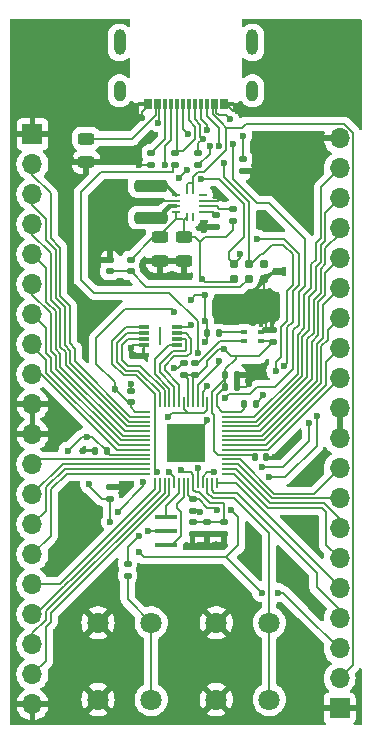
<source format=gtl>
G04 #@! TF.GenerationSoftware,KiCad,Pcbnew,8.0.8+1*
G04 #@! TF.CreationDate,2025-02-19T14:50:03+01:00*
G04 #@! TF.ProjectId,rp2040,72703230-3430-42e6-9b69-6361645f7063,rev?*
G04 #@! TF.SameCoordinates,Original*
G04 #@! TF.FileFunction,Copper,L1,Top*
G04 #@! TF.FilePolarity,Positive*
%FSLAX46Y46*%
G04 Gerber Fmt 4.6, Leading zero omitted, Abs format (unit mm)*
G04 Created by KiCad (PCBNEW 8.0.8+1) date 2025-02-19 14:50:03*
%MOMM*%
%LPD*%
G01*
G04 APERTURE LIST*
G04 Aperture macros list*
%AMRoundRect*
0 Rectangle with rounded corners*
0 $1 Rounding radius*
0 $2 $3 $4 $5 $6 $7 $8 $9 X,Y pos of 4 corners*
0 Add a 4 corners polygon primitive as box body*
4,1,4,$2,$3,$4,$5,$6,$7,$8,$9,$2,$3,0*
0 Add four circle primitives for the rounded corners*
1,1,$1+$1,$2,$3*
1,1,$1+$1,$4,$5*
1,1,$1+$1,$6,$7*
1,1,$1+$1,$8,$9*
0 Add four rect primitives between the rounded corners*
20,1,$1+$1,$2,$3,$4,$5,0*
20,1,$1+$1,$4,$5,$6,$7,0*
20,1,$1+$1,$6,$7,$8,$9,0*
20,1,$1+$1,$8,$9,$2,$3,0*%
G04 Aperture macros list end*
G04 #@! TA.AperFunction,SMDPad,CuDef*
%ADD10RoundRect,0.125000X0.175000X-0.125000X0.175000X0.125000X-0.175000X0.125000X-0.175000X-0.125000X0*%
G04 #@! TD*
G04 #@! TA.AperFunction,SMDPad,CuDef*
%ADD11RoundRect,0.125000X-0.175000X0.125000X-0.175000X-0.125000X0.175000X-0.125000X0.175000X0.125000X0*%
G04 #@! TD*
G04 #@! TA.AperFunction,ConnectorPad*
%ADD12C,0.787400*%
G04 #@! TD*
G04 #@! TA.AperFunction,ComponentPad*
%ADD13C,1.800000*%
G04 #@! TD*
G04 #@! TA.AperFunction,SMDPad,CuDef*
%ADD14RoundRect,0.125000X-0.125000X-0.175000X0.125000X-0.175000X0.125000X0.175000X-0.125000X0.175000X0*%
G04 #@! TD*
G04 #@! TA.AperFunction,SMDPad,CuDef*
%ADD15R,1.900000X0.400000*%
G04 #@! TD*
G04 #@! TA.AperFunction,SMDPad,CuDef*
%ADD16R,0.500000X0.300000*%
G04 #@! TD*
G04 #@! TA.AperFunction,SMDPad,CuDef*
%ADD17RoundRect,0.125000X0.125000X0.175000X-0.125000X0.175000X-0.125000X-0.175000X0.125000X-0.175000X0*%
G04 #@! TD*
G04 #@! TA.AperFunction,SMDPad,CuDef*
%ADD18R,0.300000X0.950000*%
G04 #@! TD*
G04 #@! TA.AperFunction,ComponentPad*
%ADD19O,1.000000X1.800000*%
G04 #@! TD*
G04 #@! TA.AperFunction,ComponentPad*
%ADD20O,1.000000X2.200000*%
G04 #@! TD*
G04 #@! TA.AperFunction,SMDPad,CuDef*
%ADD21RoundRect,0.062500X-0.237500X-0.062500X0.237500X-0.062500X0.237500X0.062500X-0.237500X0.062500X0*%
G04 #@! TD*
G04 #@! TA.AperFunction,SMDPad,CuDef*
%ADD22RoundRect,0.062500X-0.062500X-0.237500X0.062500X-0.237500X0.062500X0.237500X-0.062500X0.237500X0*%
G04 #@! TD*
G04 #@! TA.AperFunction,SMDPad,CuDef*
%ADD23RoundRect,0.250000X-0.450000X0.250000X-0.450000X-0.250000X0.450000X-0.250000X0.450000X0.250000X0*%
G04 #@! TD*
G04 #@! TA.AperFunction,SMDPad,CuDef*
%ADD24R,0.900000X0.300000*%
G04 #@! TD*
G04 #@! TA.AperFunction,SMDPad,CuDef*
%ADD25R,0.250000X1.650000*%
G04 #@! TD*
G04 #@! TA.AperFunction,SMDPad,CuDef*
%ADD26RoundRect,0.050000X-0.387500X-0.050000X0.387500X-0.050000X0.387500X0.050000X-0.387500X0.050000X0*%
G04 #@! TD*
G04 #@! TA.AperFunction,SMDPad,CuDef*
%ADD27RoundRect,0.050000X-0.050000X-0.387500X0.050000X-0.387500X0.050000X0.387500X-0.050000X0.387500X0*%
G04 #@! TD*
G04 #@! TA.AperFunction,SMDPad,CuDef*
%ADD28R,3.200000X3.200000*%
G04 #@! TD*
G04 #@! TA.AperFunction,SMDPad,CuDef*
%ADD29RoundRect,0.250000X-1.150000X0.250000X-1.150000X-0.250000X1.150000X-0.250000X1.150000X0.250000X0*%
G04 #@! TD*
G04 #@! TA.AperFunction,ComponentPad*
%ADD30R,1.700000X1.700000*%
G04 #@! TD*
G04 #@! TA.AperFunction,ComponentPad*
%ADD31O,1.700000X1.700000*%
G04 #@! TD*
G04 #@! TA.AperFunction,ViaPad*
%ADD32C,0.600000*%
G04 #@! TD*
G04 #@! TA.AperFunction,Conductor*
%ADD33C,0.300000*%
G04 #@! TD*
G04 #@! TA.AperFunction,Conductor*
%ADD34C,0.200000*%
G04 #@! TD*
G04 #@! TA.AperFunction,Conductor*
%ADD35C,0.400000*%
G04 #@! TD*
G04 APERTURE END LIST*
D10*
X149600000Y-99000000D03*
X149600000Y-98000000D03*
D11*
X137500000Y-92000000D03*
X137500000Y-93000000D03*
D10*
X143000000Y-101750000D03*
X143000000Y-100750000D03*
D12*
X146230000Y-93635000D03*
X146230000Y-92365000D03*
X147500000Y-93635000D03*
X147500000Y-92365000D03*
X148770000Y-93635000D03*
X148770000Y-92365000D03*
D13*
X144750000Y-129250000D03*
X144750000Y-122750000D03*
X149250000Y-129250000D03*
X149250000Y-122750000D03*
D14*
X147100000Y-104200000D03*
X148100000Y-104200000D03*
D11*
X143250000Y-83000000D03*
X143250000Y-84000000D03*
X137250000Y-117750000D03*
X137250000Y-118750000D03*
D15*
X140500000Y-113800000D03*
X140500000Y-115000000D03*
X140500000Y-116200000D03*
D10*
X142000000Y-101750000D03*
X142000000Y-100750000D03*
D11*
X145400000Y-114250000D03*
X145400000Y-115250000D03*
D14*
X145500000Y-102750000D03*
X146500000Y-102750000D03*
D16*
X147150000Y-98100000D03*
X147150000Y-98900000D03*
X148550000Y-98900000D03*
X148550000Y-98100000D03*
D10*
X135750000Y-93000000D03*
X135750000Y-92000000D03*
X146200000Y-88700000D03*
X146200000Y-87700000D03*
D11*
X139250000Y-83000000D03*
X139250000Y-84000000D03*
D14*
X144000000Y-98250000D03*
X145000000Y-98250000D03*
D17*
X135500000Y-108250000D03*
X134500000Y-108250000D03*
D18*
X145550000Y-78815000D03*
X144750000Y-78840000D03*
X143450000Y-78840000D03*
X142450000Y-78840000D03*
X141950000Y-78840000D03*
X140950000Y-78840000D03*
X139650000Y-78840000D03*
X138850000Y-78840000D03*
X139150000Y-78840000D03*
X139950000Y-78840000D03*
X140450000Y-78840000D03*
X141450000Y-78840000D03*
X142950000Y-78840000D03*
X143950000Y-78840000D03*
X144450000Y-78840000D03*
X145250000Y-78815000D03*
D19*
X147820000Y-77715000D03*
D20*
X147820000Y-73615000D03*
D19*
X136580000Y-77715000D03*
D20*
X136580000Y-73615000D03*
D11*
X142750000Y-114250000D03*
X142750000Y-115250000D03*
D21*
X141350000Y-86500000D03*
X141350000Y-87000000D03*
X141350000Y-87500000D03*
X141350000Y-88000000D03*
D22*
X142250000Y-88400000D03*
X142750000Y-88400000D03*
D21*
X143650000Y-88000000D03*
X143650000Y-87500000D03*
X143650000Y-87000000D03*
X143650000Y-86500000D03*
D22*
X142750000Y-86100000D03*
X142250000Y-86100000D03*
D23*
X142000000Y-90100000D03*
X142000000Y-92100000D03*
D14*
X145500000Y-101750000D03*
X146500000Y-101750000D03*
D23*
X133750000Y-81750000D03*
X133750000Y-83750000D03*
D11*
X141250000Y-83000000D03*
X141250000Y-84000000D03*
D10*
X135750000Y-112250000D03*
X135750000Y-111250000D03*
D13*
X134750000Y-129250000D03*
X134750000Y-122750000D03*
X139250000Y-129250000D03*
X139250000Y-122750000D03*
D11*
X142750000Y-112300000D03*
X142750000Y-113300000D03*
X144750000Y-88250000D03*
X144750000Y-89250000D03*
D14*
X148000000Y-108750000D03*
X149000000Y-108750000D03*
D11*
X147000000Y-83500000D03*
X147000000Y-84500000D03*
D24*
X138600000Y-97750000D03*
X138600000Y-98250000D03*
X138600000Y-98750000D03*
X138600000Y-99250000D03*
X141400000Y-99250000D03*
X141400000Y-98750000D03*
X141400000Y-98250000D03*
X141400000Y-97750000D03*
D25*
X140000000Y-98500000D03*
D11*
X144000000Y-114250000D03*
X144000000Y-115250000D03*
D26*
X138762500Y-104915000D03*
X138762500Y-105315000D03*
X138762500Y-105715000D03*
X138762500Y-106115000D03*
X138762500Y-106515000D03*
X138762500Y-106915000D03*
X138762500Y-107315000D03*
X138762500Y-107715000D03*
X138762500Y-108115000D03*
X138762500Y-108515000D03*
X138762500Y-108915000D03*
X138762500Y-109315000D03*
X138762500Y-109715000D03*
X138762500Y-110115000D03*
D27*
X139600000Y-110952500D03*
X140000000Y-110952500D03*
X140400000Y-110952500D03*
X140800000Y-110952500D03*
X141200000Y-110952500D03*
X141600000Y-110952500D03*
X142000000Y-110952500D03*
X142400000Y-110952500D03*
X142800000Y-110952500D03*
X143200000Y-110952500D03*
X143600000Y-110952500D03*
X144000000Y-110952500D03*
X144400000Y-110952500D03*
X144800000Y-110952500D03*
D26*
X145637500Y-110115000D03*
X145637500Y-109715000D03*
X145637500Y-109315000D03*
X145637500Y-108915000D03*
X145637500Y-108515000D03*
X145637500Y-108115000D03*
X145637500Y-107715000D03*
X145637500Y-107315000D03*
X145637500Y-106915000D03*
X145637500Y-106515000D03*
X145637500Y-106115000D03*
X145637500Y-105715000D03*
X145637500Y-105315000D03*
X145637500Y-104915000D03*
D27*
X144800000Y-104077500D03*
X144400000Y-104077500D03*
X144000000Y-104077500D03*
X143600000Y-104077500D03*
X143200000Y-104077500D03*
X142800000Y-104077500D03*
X142400000Y-104077500D03*
X142000000Y-104077500D03*
X141600000Y-104077500D03*
X141200000Y-104077500D03*
X140800000Y-104077500D03*
X140400000Y-104077500D03*
X140000000Y-104077500D03*
X139600000Y-104077500D03*
D28*
X142200000Y-107515000D03*
D29*
X139200000Y-85750000D03*
X139200000Y-88450000D03*
D23*
X140000000Y-90100000D03*
X140000000Y-92100000D03*
D10*
X137500000Y-104100000D03*
X137500000Y-103100000D03*
D30*
X129200000Y-81390000D03*
D31*
X129200000Y-83930000D03*
X129200000Y-86470000D03*
X129200000Y-89010000D03*
X129200000Y-91550000D03*
X129200000Y-94090000D03*
X129200000Y-96630000D03*
X129200000Y-99170000D03*
X129200000Y-101710000D03*
X129200000Y-104250000D03*
X129200000Y-106790000D03*
X129200000Y-109330000D03*
X129200000Y-111870000D03*
X129200000Y-114410000D03*
X129200000Y-116950000D03*
X129200000Y-119490000D03*
X129200000Y-122030000D03*
X129200000Y-124570000D03*
X129200000Y-127110000D03*
X129200000Y-129650000D03*
D30*
X155200000Y-130000000D03*
D31*
X155200000Y-127460000D03*
X155200000Y-124920000D03*
X155200000Y-122380000D03*
X155200000Y-119840000D03*
X155200000Y-117300000D03*
X155200000Y-114760000D03*
X155200000Y-112220000D03*
X155200000Y-109680000D03*
X155200000Y-107140000D03*
X155200000Y-104600000D03*
X155200000Y-102060000D03*
X155200000Y-99520000D03*
X155200000Y-96980000D03*
X155200000Y-94440000D03*
X155200000Y-91900000D03*
X155200000Y-89360000D03*
X155200000Y-86820000D03*
X155200000Y-84280000D03*
X155200000Y-81740000D03*
D32*
X142000000Y-93100000D03*
X147500000Y-101750000D03*
X148600000Y-97000000D03*
X132500000Y-83500000D03*
X137500000Y-99500000D03*
X143400000Y-113400000D03*
X138250000Y-84000000D03*
X143750000Y-89500000D03*
X147850000Y-84800000D03*
X152000000Y-119000000D03*
X136750000Y-111000000D03*
X149000000Y-89000000D03*
X140000000Y-87000000D03*
X133000000Y-114000000D03*
X139000000Y-115000000D03*
X142750000Y-116250000D03*
X149750000Y-108750000D03*
X153000000Y-110000000D03*
X147500000Y-102500000D03*
X144000000Y-105600000D03*
X146600000Y-79400000D03*
X145400000Y-116250000D03*
X140000000Y-93100000D03*
X135750000Y-91250000D03*
X138500000Y-80000000D03*
X144000000Y-116200000D03*
X148750000Y-95250000D03*
X153000000Y-115000000D03*
X140800000Y-110000000D03*
X137500000Y-102500000D03*
X149600000Y-97000000D03*
X141200000Y-101200000D03*
X133500000Y-108250000D03*
X148000000Y-117000000D03*
X145100000Y-86800000D03*
X148750000Y-103500000D03*
X141200000Y-96400000D03*
X143800000Y-99000000D03*
X132200000Y-108200000D03*
X143550000Y-93650000D03*
X135800000Y-114200000D03*
X138200000Y-116800000D03*
X145400000Y-99600000D03*
X150000000Y-120200000D03*
X148600000Y-120200000D03*
X142600000Y-95400000D03*
X134000000Y-111000000D03*
X142600000Y-97500000D03*
X143800000Y-95000000D03*
X146000000Y-113200000D03*
X136200000Y-103000000D03*
X133800000Y-107000000D03*
X143800000Y-97200000D03*
X144800000Y-113200000D03*
X140700000Y-105300000D03*
X141800000Y-109800000D03*
X145000000Y-82400000D03*
X143250000Y-109650000D03*
X148600000Y-109600000D03*
X145400000Y-83800000D03*
X149800000Y-101400000D03*
X152600000Y-105800000D03*
X141600000Y-85100000D03*
X144600000Y-110000000D03*
X148250000Y-90250000D03*
X153250000Y-105250000D03*
X143500000Y-85200000D03*
X150500000Y-101000000D03*
X146750000Y-91500000D03*
X140400000Y-84000000D03*
X142300000Y-84400000D03*
X149200000Y-110400000D03*
X136400000Y-113400000D03*
X138590000Y-110800000D03*
X139750000Y-110000000D03*
X138200000Y-115400000D03*
X145900000Y-80100000D03*
X139800000Y-80400000D03*
X145500000Y-103700000D03*
X144200000Y-82400000D03*
X144000000Y-102700000D03*
X146200000Y-82200000D03*
X145000000Y-100600000D03*
X143200000Y-99900000D03*
X143595368Y-81824421D03*
X142400000Y-81400000D03*
X144000000Y-81000000D03*
X147000000Y-81500000D03*
D33*
X141350000Y-87500000D02*
X140800000Y-87500000D01*
D34*
X139200000Y-85750000D02*
X140600000Y-85750000D01*
D33*
X140600000Y-85750000D02*
X141350000Y-86500000D01*
D34*
X138828700Y-94328700D02*
X137500000Y-93000000D01*
X146806300Y-94328700D02*
X138828700Y-94328700D01*
X147500000Y-93635000D02*
X146806300Y-94328700D01*
X135750000Y-93000000D02*
X137500000Y-93000000D01*
X149000000Y-97400000D02*
X148600000Y-97000000D01*
X140800000Y-110000000D02*
X141200000Y-110400000D01*
X141350000Y-87000000D02*
X140000000Y-87000000D01*
X146600000Y-79400000D02*
X146135000Y-79400000D01*
X134500000Y-108250000D02*
X133500000Y-108250000D01*
X145250000Y-79050000D02*
X145250000Y-78815000D01*
X141200000Y-101200000D02*
X141550000Y-101200000D01*
X137750000Y-99250000D02*
X137500000Y-99500000D01*
X147000000Y-84500000D02*
X147550000Y-84500000D01*
X133750000Y-83750000D02*
X132750000Y-83750000D01*
X149000000Y-97800000D02*
X149000000Y-97400000D01*
X139250000Y-84000000D02*
X138250000Y-84000000D01*
X149600000Y-98000000D02*
X149600000Y-97000000D01*
X135500000Y-92000000D02*
X135750000Y-92000000D01*
X135750000Y-111250000D02*
X136500000Y-111250000D01*
X138500000Y-79490000D02*
X139150000Y-78840000D01*
X136500000Y-111250000D02*
X136750000Y-111000000D01*
X145400000Y-116250000D02*
X145400000Y-115250000D01*
X139000000Y-115000000D02*
X140500000Y-115000000D01*
X149000000Y-108750000D02*
X149750000Y-108750000D01*
X140000000Y-92100000D02*
X140000000Y-93100000D01*
X144000000Y-116200000D02*
X144000000Y-115200000D01*
X148750000Y-103500000D02*
X148750000Y-103550000D01*
X141200000Y-110400000D02*
X141200000Y-110952500D01*
X145100000Y-86800000D02*
X144900000Y-87000000D01*
X148770000Y-95230000D02*
X148750000Y-95250000D01*
X147550000Y-84500000D02*
X147850000Y-84800000D01*
X141550000Y-101200000D02*
X142000000Y-100750000D01*
X144000000Y-105715000D02*
X142200000Y-107515000D01*
X143250000Y-113250000D02*
X142750000Y-113250000D01*
X144750000Y-89250000D02*
X144000000Y-89250000D01*
X148550000Y-98100000D02*
X148700000Y-98100000D01*
X144000000Y-105600000D02*
X144000000Y-105715000D01*
X146500000Y-102750000D02*
X147250000Y-102750000D01*
X142000000Y-92100000D02*
X142000000Y-93100000D01*
X138500000Y-80000000D02*
X138500000Y-79490000D01*
X144900000Y-87000000D02*
X143650000Y-87000000D01*
X144000000Y-89250000D02*
X143750000Y-89500000D01*
X148770000Y-93635000D02*
X148770000Y-95230000D01*
X146135000Y-79400000D02*
X145550000Y-78815000D01*
X148700000Y-98100000D02*
X149000000Y-97800000D01*
X142750000Y-116250000D02*
X142750000Y-115250000D01*
X138600000Y-99250000D02*
X137750000Y-99250000D01*
X146500000Y-101750000D02*
X147500000Y-101750000D01*
X137500000Y-103100000D02*
X137500000Y-102500000D01*
X143400000Y-113400000D02*
X143250000Y-113250000D01*
X148750000Y-103550000D02*
X148100000Y-104200000D01*
X135750000Y-92000000D02*
X135750000Y-91250000D01*
X132750000Y-83750000D02*
X132500000Y-83500000D01*
X147250000Y-102750000D02*
X147500000Y-102500000D01*
X144000000Y-113000000D02*
X143300000Y-112300000D01*
X144600000Y-105200000D02*
X144400000Y-105000000D01*
X149600000Y-99000000D02*
X149500000Y-98900000D01*
X146200000Y-89500000D02*
X145600000Y-90100000D01*
X138600000Y-117200000D02*
X145600000Y-117200000D01*
X142400000Y-104077500D02*
X142400000Y-102150000D01*
X145400000Y-99600000D02*
X146000000Y-100200000D01*
X140000000Y-89900000D02*
X141350000Y-88550000D01*
X136200000Y-103000000D02*
X137300000Y-104100000D01*
X141350000Y-88550000D02*
X141900000Y-88550000D01*
X146400000Y-100400000D02*
X146400000Y-100200000D01*
X135050000Y-112250000D02*
X135750000Y-112250000D01*
X144000000Y-97400000D02*
X143800000Y-97200000D01*
X148000000Y-108750000D02*
X147765000Y-108515000D01*
X146835000Y-104915000D02*
X147100000Y-104650000D01*
X145500000Y-102750000D02*
X145500000Y-101750000D01*
X142350000Y-97750000D02*
X141400000Y-97750000D01*
X145936300Y-93928700D02*
X146230000Y-93635000D01*
X143400000Y-93500000D02*
X143400000Y-90500000D01*
X139400000Y-90100000D02*
X140000000Y-90100000D01*
X144000000Y-98250000D02*
X144000000Y-98800000D01*
X146600000Y-113800000D02*
X146000000Y-113200000D01*
X146200000Y-88700000D02*
X146200000Y-89500000D01*
X147765000Y-108515000D02*
X145637500Y-108515000D01*
X136200000Y-103000000D02*
X136200000Y-103200000D01*
X141000000Y-96200000D02*
X137000000Y-96200000D01*
X143550000Y-93650000D02*
X143828700Y-93928700D01*
X135765000Y-108515000D02*
X138762500Y-108515000D01*
X138200000Y-116800000D02*
X138600000Y-117200000D01*
X137000000Y-96200000D02*
X134600000Y-98600000D01*
X152200000Y-122000000D02*
X150400000Y-120200000D01*
X143250000Y-101750000D02*
X144000000Y-101000000D01*
X133800000Y-107000000D02*
X134225000Y-107000000D01*
X143000000Y-101750000D02*
X143250000Y-101750000D01*
X145000000Y-99600000D02*
X145400000Y-99600000D01*
X135750000Y-112250000D02*
X135750000Y-114150000D01*
X145500000Y-101750000D02*
X145500000Y-101300000D01*
X145637500Y-108515000D02*
X144915000Y-108515000D01*
X137500000Y-104100000D02*
X137500000Y-104500000D01*
X137300000Y-104100000D02*
X137500000Y-104100000D01*
X144600000Y-108200000D02*
X144600000Y-105200000D01*
X144400000Y-103200000D02*
X145500000Y-102100000D01*
X145600000Y-117200000D02*
X148600000Y-120200000D01*
X142000000Y-88650000D02*
X142250000Y-88400000D01*
X137500000Y-104500000D02*
X137915000Y-104915000D01*
X143400000Y-90500000D02*
X143000000Y-90100000D01*
X141900000Y-88550000D02*
X142000000Y-88650000D01*
X144800000Y-104438750D02*
X144800000Y-104077500D01*
X141200000Y-96400000D02*
X141000000Y-96200000D01*
X134000000Y-111200000D02*
X135050000Y-112250000D01*
X143800000Y-97200000D02*
X143800000Y-95000000D01*
X145500000Y-101300000D02*
X146400000Y-100400000D01*
X144915000Y-108515000D02*
X144600000Y-108200000D01*
X135500000Y-108250000D02*
X135765000Y-108515000D01*
X135475000Y-108250000D02*
X135500000Y-108250000D01*
X148600000Y-120200000D02*
X148800000Y-120200000D01*
X134225000Y-107000000D02*
X135475000Y-108250000D01*
X155200000Y-124920000D02*
X155120000Y-124920000D01*
X143000000Y-95000000D02*
X143800000Y-95000000D01*
X133800000Y-107000000D02*
X133400000Y-107000000D01*
X146000000Y-100200000D02*
X146400000Y-100200000D01*
X144600000Y-113000000D02*
X144000000Y-113000000D01*
X145600000Y-90100000D02*
X143800000Y-90100000D01*
X143800000Y-90100000D02*
X143400000Y-90500000D01*
X145500000Y-102100000D02*
X145500000Y-101750000D01*
X144400000Y-104077500D02*
X144400000Y-103200000D01*
X142400000Y-102150000D02*
X142000000Y-101750000D01*
X142400000Y-111900000D02*
X142400000Y-110952500D01*
X146600000Y-116200000D02*
X146600000Y-113800000D01*
X133400000Y-107000000D02*
X132200000Y-108200000D01*
X142600000Y-97500000D02*
X142350000Y-97750000D01*
X143300000Y-112300000D02*
X142750000Y-112300000D01*
X144000000Y-101000000D02*
X144000000Y-100600000D01*
X142000000Y-90100000D02*
X142000000Y-88650000D01*
X140000000Y-90100000D02*
X140000000Y-89900000D01*
X144000000Y-98800000D02*
X143800000Y-99000000D01*
X136200000Y-102400000D02*
X136200000Y-103000000D01*
X134600000Y-98600000D02*
X134600000Y-100800000D01*
X155120000Y-124920000D02*
X152200000Y-122000000D01*
X144800000Y-113200000D02*
X144600000Y-113000000D01*
X148400000Y-100200000D02*
X149600000Y-99000000D01*
X135750000Y-114150000D02*
X135800000Y-114200000D01*
X143550000Y-93650000D02*
X143400000Y-93500000D01*
X143000000Y-90100000D02*
X142000000Y-90100000D01*
X145276250Y-104915000D02*
X144800000Y-104438750D01*
X144000000Y-98250000D02*
X144000000Y-97400000D01*
X146400000Y-100200000D02*
X148400000Y-100200000D01*
X134600000Y-100800000D02*
X136200000Y-102400000D01*
X142800000Y-101950000D02*
X143000000Y-101750000D01*
X144800000Y-103450000D02*
X145500000Y-102750000D01*
X137915000Y-104915000D02*
X138762500Y-104915000D01*
X142000000Y-101750000D02*
X143000000Y-101750000D01*
X150000000Y-120200000D02*
X149800000Y-120200000D01*
X142600000Y-95400000D02*
X143000000Y-95000000D01*
X142800000Y-104077500D02*
X142800000Y-101950000D01*
X137500000Y-92000000D02*
X139400000Y-90100000D01*
X144400000Y-105000000D02*
X144400000Y-104077500D01*
X145637500Y-104915000D02*
X145276250Y-104915000D01*
X145637500Y-104915000D02*
X146835000Y-104915000D01*
X141350000Y-88550000D02*
X141350000Y-88000000D01*
X144800000Y-104077500D02*
X144800000Y-103450000D01*
X145600000Y-117200000D02*
X146600000Y-116200000D01*
X147100000Y-104650000D02*
X147100000Y-104200000D01*
X144000000Y-100600000D02*
X145000000Y-99600000D01*
X150400000Y-120200000D02*
X150000000Y-120200000D01*
X134000000Y-111000000D02*
X134000000Y-111200000D01*
X142750000Y-112250000D02*
X142400000Y-111900000D01*
X149500000Y-98900000D02*
X148550000Y-98900000D01*
X143828700Y-93928700D02*
X145936300Y-93928700D01*
X142000000Y-110000000D02*
X141800000Y-109800000D01*
X145400000Y-114250000D02*
X144000000Y-114250000D01*
X143750000Y-105000000D02*
X144000000Y-104750000D01*
X143013640Y-111700000D02*
X142800000Y-111486360D01*
X142388640Y-105000000D02*
X143750000Y-105000000D01*
X145400000Y-114250000D02*
X145400000Y-112600000D01*
X144200000Y-112600000D02*
X143300000Y-111700000D01*
X141000000Y-105000000D02*
X140700000Y-105300000D01*
X142750000Y-114250000D02*
X143750000Y-114250000D01*
X144000000Y-104750000D02*
X144000000Y-104077500D01*
X142600000Y-110000000D02*
X142000000Y-110000000D01*
X142000000Y-104077500D02*
X142000000Y-104611360D01*
X142800000Y-111486360D02*
X142800000Y-110952500D01*
X143750000Y-114250000D02*
X144400000Y-114250000D01*
X142800000Y-110200000D02*
X142600000Y-110000000D01*
X142800000Y-110952500D02*
X142800000Y-110200000D01*
X143300000Y-111700000D02*
X143013640Y-111700000D01*
X142388640Y-105000000D02*
X141000000Y-105000000D01*
X145400000Y-112600000D02*
X144200000Y-112600000D01*
X142000000Y-104611360D02*
X142388640Y-105000000D01*
X138762500Y-110115000D02*
X132086372Y-110115000D01*
X130750000Y-115400000D02*
X129200000Y-116950000D01*
X132086372Y-110115000D02*
X130750000Y-111451372D01*
X130750000Y-111451372D02*
X130750000Y-115400000D01*
X144500000Y-88000000D02*
X144750000Y-88250000D01*
X143650000Y-88000000D02*
X144500000Y-88000000D01*
X129932256Y-101710000D02*
X129200000Y-101710000D01*
X136337256Y-108115000D02*
X129932256Y-101710000D01*
X138762500Y-108115000D02*
X136337256Y-108115000D01*
X152600000Y-105800000D02*
X152600000Y-107400000D01*
X143950000Y-79850000D02*
X143950000Y-78840000D01*
X143250000Y-109650000D02*
X143200000Y-109700000D01*
X148700735Y-91549265D02*
X148549264Y-91549265D01*
X147500000Y-87100000D02*
X147500000Y-92365000D01*
X149500000Y-90750000D02*
X148700735Y-91549265D01*
X145400000Y-85000000D02*
X147500000Y-87100000D01*
X148549264Y-91549265D02*
X147733529Y-92365000D01*
X145400000Y-83800000D02*
X145400000Y-85000000D01*
X150434314Y-90750000D02*
X149500000Y-90750000D01*
X149800000Y-100700000D02*
X150250000Y-100250000D01*
X149800000Y-101400000D02*
X149800000Y-100700000D01*
X143200000Y-109700000D02*
X143200000Y-110952500D01*
X145000000Y-82400000D02*
X145000000Y-80900000D01*
X151250000Y-94118628D02*
X151250000Y-91565686D01*
X145000000Y-80900000D02*
X143950000Y-79850000D01*
X150250000Y-100250000D02*
X150250000Y-97684314D01*
X150717157Y-94651471D02*
X151250000Y-94118628D01*
X147733529Y-92365000D02*
X147500000Y-92365000D01*
X150717157Y-97217157D02*
X150717157Y-94651471D01*
X152600000Y-107400000D02*
X150400000Y-109600000D01*
X150250000Y-97684314D02*
X150717157Y-97217157D01*
X151250000Y-91565686D02*
X150434314Y-90750000D01*
X150400000Y-109600000D02*
X148600000Y-109600000D01*
X153250000Y-107750000D02*
X153250000Y-105250000D01*
X151250000Y-97250000D02*
X150750000Y-97750000D01*
X149200000Y-110400000D02*
X150600000Y-110400000D01*
X150750000Y-97750000D02*
X150750000Y-100750000D01*
X145000000Y-85200000D02*
X147100000Y-87300000D01*
X145800000Y-91935000D02*
X146230000Y-92365000D01*
X151750000Y-94184314D02*
X151250000Y-94684314D01*
X140400000Y-82415686D02*
X140950000Y-81865686D01*
X143600000Y-110952500D02*
X143600000Y-110400000D01*
X140400000Y-84000000D02*
X140300000Y-83900000D01*
X145800000Y-91400000D02*
X145800000Y-91935000D01*
X147100000Y-87300000D02*
X147100000Y-90100000D01*
X144000000Y-110000000D02*
X144600000Y-110000000D01*
X140400000Y-84000000D02*
X140400000Y-82415686D01*
X147100000Y-90100000D02*
X145800000Y-91400000D01*
X146750000Y-91845000D02*
X146750000Y-91500000D01*
X151250000Y-94684314D02*
X151250000Y-97250000D01*
X141600000Y-85100000D02*
X142300000Y-84400000D01*
X140950000Y-81865686D02*
X140950000Y-78840000D01*
X150500000Y-90250000D02*
X151750000Y-91500000D01*
X150600000Y-110400000D02*
X153250000Y-107750000D01*
X143500000Y-85200000D02*
X145000000Y-85200000D01*
X143600000Y-110400000D02*
X144000000Y-110000000D01*
X150750000Y-100750000D02*
X150500000Y-101000000D01*
X151750000Y-91500000D02*
X151750000Y-94184314D01*
X148250000Y-90250000D02*
X150500000Y-90250000D01*
X146230000Y-92365000D02*
X146750000Y-91845000D01*
X137250000Y-120750000D02*
X137250000Y-118750000D01*
X139250000Y-122750000D02*
X139250000Y-129250000D01*
X139250000Y-122750000D02*
X137250000Y-120750000D01*
X137250000Y-116350000D02*
X137250000Y-117750000D01*
X136918628Y-101800000D02*
X137984314Y-101800000D01*
X135950000Y-100831372D02*
X136918628Y-101800000D01*
X139600000Y-109850000D02*
X139600000Y-104077500D01*
X138200000Y-115400000D02*
X137250000Y-116350000D01*
X139600000Y-103415686D02*
X139600000Y-104077500D01*
X137984314Y-101800000D02*
X139600000Y-103415686D01*
X138600000Y-97750000D02*
X137118628Y-97750000D01*
X139750000Y-110000000D02*
X139600000Y-109850000D01*
X136400000Y-113400000D02*
X138590000Y-111210000D01*
X137118628Y-97750000D02*
X135950000Y-98918628D01*
X135950000Y-98918628D02*
X135950000Y-100831372D01*
X138590000Y-111210000D02*
X138590000Y-110800000D01*
X142400000Y-85500000D02*
X142750000Y-85500000D01*
X144450000Y-79700000D02*
X144450000Y-78840000D01*
X156350000Y-81263654D02*
X155586346Y-80500000D01*
X139950000Y-80250000D02*
X139800000Y-80400000D01*
X145600000Y-79800000D02*
X145900000Y-80100000D01*
X155586346Y-80500000D02*
X147250000Y-80500000D01*
X145000000Y-79800000D02*
X145600000Y-79800000D01*
X147250000Y-80500000D02*
X146900000Y-80850000D01*
X144750000Y-79550000D02*
X145000000Y-79800000D01*
X145600000Y-82750000D02*
X145600000Y-80850000D01*
X145225000Y-80475000D02*
X144450000Y-79700000D01*
X142750000Y-86100000D02*
X142750000Y-85500000D01*
X133750000Y-81750000D02*
X137650000Y-81750000D01*
X142250000Y-86100000D02*
X142250000Y-85650000D01*
X142250000Y-85650000D02*
X142400000Y-85500000D01*
X146900000Y-80850000D02*
X145600000Y-80850000D01*
X139650000Y-79750000D02*
X139650000Y-78840000D01*
X139950000Y-78840000D02*
X139950000Y-80250000D01*
X143200000Y-84600000D02*
X143750000Y-84600000D01*
X143750000Y-84600000D02*
X145600000Y-82750000D01*
X145600000Y-80850000D02*
X145225000Y-80475000D01*
X144750000Y-78840000D02*
X144750000Y-79550000D01*
X142750000Y-85050000D02*
X143200000Y-84600000D01*
X155200000Y-127460000D02*
X156350000Y-126310000D01*
X142750000Y-85500000D02*
X142750000Y-85050000D01*
X137650000Y-81750000D02*
X139650000Y-79750000D01*
X156350000Y-126310000D02*
X156350000Y-81263654D01*
X152250000Y-90250000D02*
X149200000Y-87200000D01*
X151750000Y-94750000D02*
X152250000Y-94250000D01*
X144000000Y-102800000D02*
X144000000Y-102700000D01*
X146200000Y-85200000D02*
X146200000Y-82200000D01*
X144200000Y-83050000D02*
X144200000Y-82400000D01*
X148200000Y-87200000D02*
X146200000Y-85200000D01*
X147600000Y-103400000D02*
X148200000Y-102800000D01*
X143250000Y-84000000D02*
X144200000Y-83050000D01*
X149700000Y-102800000D02*
X151250000Y-101250000D01*
X145800000Y-103400000D02*
X147600000Y-103400000D01*
X143600000Y-103200000D02*
X144000000Y-102800000D01*
X151750000Y-97500000D02*
X151750000Y-94750000D01*
X144200000Y-82400000D02*
X144200000Y-82950000D01*
X152250000Y-94250000D02*
X152250000Y-90250000D01*
X151250000Y-98000000D02*
X151750000Y-97500000D01*
X149200000Y-87200000D02*
X148200000Y-87200000D01*
X151250000Y-101250000D02*
X151250000Y-98000000D01*
X148200000Y-102800000D02*
X149700000Y-102800000D01*
X145500000Y-103700000D02*
X145800000Y-103400000D01*
X143600000Y-104077500D02*
X143600000Y-103200000D01*
X140800000Y-94800000D02*
X143200000Y-97200000D01*
X145000000Y-100800000D02*
X143200000Y-102600000D01*
X145000000Y-100600000D02*
X145000000Y-100800000D01*
X143200000Y-102600000D02*
X143200000Y-104077500D01*
X133300000Y-86300000D02*
X133300000Y-93700000D01*
X143200000Y-97200000D02*
X143200000Y-99900000D01*
X141100000Y-84600000D02*
X135000000Y-84600000D01*
X133300000Y-93700000D02*
X134400000Y-94800000D01*
X141100000Y-84150000D02*
X141100000Y-84600000D01*
X134400000Y-94800000D02*
X140800000Y-94800000D01*
X141250000Y-84000000D02*
X141100000Y-84150000D01*
X135000000Y-84600000D02*
X133300000Y-86300000D01*
X143000000Y-80750000D02*
X142450000Y-80200000D01*
X141450000Y-82800000D02*
X141450000Y-78840000D01*
X141950000Y-82800000D02*
X143000000Y-81750000D01*
X143000000Y-81750000D02*
X143000000Y-80750000D01*
X141250000Y-83000000D02*
X141450000Y-82800000D01*
X142450000Y-80200000D02*
X142450000Y-78840000D01*
X141450000Y-82800000D02*
X141950000Y-82800000D01*
X140450000Y-81800000D02*
X140450000Y-78840000D01*
X139250000Y-83000000D02*
X140450000Y-81800000D01*
X143595368Y-81824421D02*
X143250000Y-82169789D01*
X142400000Y-81400000D02*
X141950000Y-80950000D01*
X143400000Y-81629053D02*
X143400000Y-80584314D01*
X143595368Y-81824421D02*
X143400000Y-81629053D01*
X143250000Y-83000000D02*
X143400000Y-82850000D01*
X142950000Y-80134314D02*
X142950000Y-78840000D01*
X143250000Y-82169789D02*
X143250000Y-83000000D01*
X141950000Y-80950000D02*
X141950000Y-78840000D01*
X143400000Y-80584314D02*
X142950000Y-80134314D01*
X145150000Y-98100000D02*
X145000000Y-98250000D01*
X147150000Y-98100000D02*
X145150000Y-98100000D01*
X143250000Y-100750000D02*
X145100000Y-98900000D01*
X143000000Y-100750000D02*
X143250000Y-100750000D01*
X147150000Y-98900000D02*
X145100000Y-98900000D01*
X144800000Y-87500000D02*
X143650000Y-87500000D01*
X145000000Y-87700000D02*
X144800000Y-87500000D01*
X146200000Y-87700000D02*
X145000000Y-87700000D01*
X129200000Y-122030000D02*
X129535685Y-122030000D01*
X140000000Y-111565686D02*
X140000000Y-110952500D01*
X129535685Y-122030000D02*
X131910000Y-119655685D01*
X132776395Y-118789291D02*
X140000000Y-111565686D01*
X131910000Y-119655685D02*
X132776395Y-118789291D01*
X136834314Y-106915000D02*
X131150000Y-101230686D01*
X129200000Y-95003654D02*
X129200000Y-94090000D01*
X138762500Y-106915000D02*
X136834314Y-106915000D01*
X130750000Y-96553654D02*
X129200000Y-95003654D01*
X131150000Y-101230686D02*
X131150000Y-100150000D01*
X131150000Y-100150000D02*
X130750000Y-99750000D01*
X130750000Y-99750000D02*
X130750000Y-96553654D01*
X136750000Y-100500000D02*
X137250000Y-101000000D01*
X138600000Y-98750000D02*
X137250000Y-98750000D01*
X138315685Y-101000000D02*
X140400000Y-103084315D01*
X136750000Y-99250000D02*
X136750000Y-100500000D01*
X137250000Y-98750000D02*
X136750000Y-99250000D01*
X140400000Y-103084315D02*
X140400000Y-104077500D01*
X137250000Y-101000000D02*
X138315685Y-101000000D01*
X129200000Y-127110000D02*
X130350000Y-125960000D01*
X130750000Y-121947058D02*
X140800000Y-111897058D01*
X130350000Y-125960000D02*
X130350000Y-123072032D01*
X130750000Y-122672032D02*
X130750000Y-121947058D01*
X130350000Y-123072032D02*
X130750000Y-122672032D01*
X140800000Y-111897058D02*
X140800000Y-110952500D01*
X130750000Y-100315686D02*
X130350000Y-99915686D01*
X130350000Y-99915686D02*
X130350000Y-97780000D01*
X138762500Y-107315000D02*
X136668628Y-107315000D01*
X136668628Y-107315000D02*
X130750000Y-101396372D01*
X130350000Y-97780000D02*
X129200000Y-96630000D01*
X130750000Y-101396372D02*
X130750000Y-100315686D01*
X129200000Y-99331372D02*
X129200000Y-99170000D01*
X130350000Y-101562058D02*
X130350000Y-100481372D01*
X136502942Y-107715000D02*
X130350000Y-101562058D01*
X130350000Y-100481372D02*
X129200000Y-99331372D01*
X138762500Y-107715000D02*
X136502942Y-107715000D01*
X129200000Y-123656346D02*
X129200000Y-124570000D01*
X130350000Y-122506346D02*
X129200000Y-123656346D01*
X140400000Y-110952500D02*
X140400000Y-111731372D01*
X130350000Y-121781372D02*
X130350000Y-122506346D01*
X140400000Y-111731372D02*
X130350000Y-121781372D01*
X138762500Y-108915000D02*
X129615000Y-108915000D01*
X129615000Y-108915000D02*
X129200000Y-109330000D01*
X130350000Y-95587968D02*
X130350000Y-92700000D01*
X131550000Y-99984314D02*
X131150000Y-99584314D01*
X131150000Y-99584314D02*
X131150000Y-96387968D01*
X138762500Y-106515000D02*
X137000000Y-106515000D01*
X130350000Y-92700000D02*
X129200000Y-91550000D01*
X131550000Y-101065000D02*
X131550000Y-99984314D01*
X131150000Y-96387968D02*
X130350000Y-95587968D01*
X137000000Y-106515000D02*
X131550000Y-101065000D01*
X149250000Y-129250000D02*
X149250000Y-122750000D01*
X146300000Y-112200000D02*
X144454314Y-112200000D01*
X144000000Y-111745686D02*
X144000000Y-110952500D01*
X144454314Y-112200000D02*
X144000000Y-111745686D01*
X149250000Y-122750000D02*
X149250000Y-115150000D01*
X149250000Y-115150000D02*
X146300000Y-112200000D01*
X139600000Y-110952500D02*
X139600000Y-111400000D01*
X131510000Y-119490000D02*
X129200000Y-119490000D01*
X139600000Y-111400000D02*
X131510000Y-119490000D01*
X137165686Y-106115000D02*
X131999339Y-100948653D01*
X138762500Y-106115000D02*
X137165686Y-106115000D01*
X131999339Y-100948653D02*
X131999339Y-99867967D01*
X130750000Y-95422282D02*
X130750000Y-91473654D01*
X131550000Y-99418628D02*
X131550000Y-96222282D01*
X131999339Y-99867967D02*
X131550000Y-99418628D01*
X131550000Y-96222282D02*
X130750000Y-95422282D01*
X129200000Y-89923654D02*
X129200000Y-89010000D01*
X130750000Y-91473654D02*
X129200000Y-89923654D01*
X138762500Y-109315000D02*
X131755000Y-109315000D01*
X131755000Y-109315000D02*
X129200000Y-111870000D01*
X140500000Y-112900000D02*
X141600000Y-111800000D01*
X141600000Y-111800000D02*
X141600000Y-110952500D01*
X140500000Y-113800000D02*
X140500000Y-112900000D01*
X140800000Y-102918629D02*
X139600000Y-101718629D01*
X140800000Y-104077500D02*
X140800000Y-102918629D01*
X140750000Y-99250000D02*
X141400000Y-99250000D01*
X139600000Y-101718629D02*
X139600000Y-100400000D01*
X139600000Y-100400000D02*
X140750000Y-99250000D01*
X131150000Y-91150000D02*
X130350000Y-90350000D01*
X132399339Y-99702281D02*
X131950000Y-99252942D01*
X129200000Y-87383654D02*
X129200000Y-86470000D01*
X131950000Y-96056596D02*
X131150000Y-95256596D01*
X130350000Y-90350000D02*
X130350000Y-88533654D01*
X137331372Y-105715000D02*
X132399339Y-100782967D01*
X131950000Y-99252942D02*
X131950000Y-96056596D01*
X132399339Y-100782967D02*
X132399339Y-99702281D01*
X130350000Y-88533654D02*
X129200000Y-87383654D01*
X138762500Y-105715000D02*
X137331372Y-105715000D01*
X131150000Y-95256596D02*
X131150000Y-91150000D01*
X130350000Y-111285686D02*
X130350000Y-113260000D01*
X130350000Y-113260000D02*
X129200000Y-114410000D01*
X131920686Y-109715000D02*
X130350000Y-111285686D01*
X138762500Y-109715000D02*
X131920686Y-109715000D01*
X131550000Y-90984314D02*
X130750000Y-90184314D01*
X130750000Y-90184314D02*
X130750000Y-86393654D01*
X132799339Y-100617281D02*
X132799339Y-99536596D01*
X130750000Y-86393654D02*
X129200000Y-84843654D01*
X132799339Y-99536596D02*
X132350000Y-99087257D01*
X132350000Y-95890910D02*
X131550000Y-95090910D01*
X137497058Y-105315000D02*
X132799339Y-100617281D01*
X132350000Y-99087257D02*
X132350000Y-95890910D01*
X138762500Y-105315000D02*
X137497058Y-105315000D01*
X129200000Y-84843654D02*
X129200000Y-83930000D01*
X131550000Y-95090910D02*
X131550000Y-90984314D01*
X141800000Y-115400000D02*
X141000000Y-116200000D01*
X141400000Y-112700000D02*
X141400000Y-113000000D01*
X142000000Y-110952500D02*
X142000000Y-112100000D01*
X141800000Y-113400000D02*
X141800000Y-115400000D01*
X141400000Y-113000000D02*
X141800000Y-113400000D01*
X141000000Y-116200000D02*
X140500000Y-116200000D01*
X142000000Y-112100000D02*
X141400000Y-112700000D01*
X153650000Y-99350000D02*
X153650000Y-102478628D01*
X154200000Y-98800000D02*
X153650000Y-99350000D01*
X154200000Y-97980000D02*
X154200000Y-98800000D01*
X155200000Y-96980000D02*
X154200000Y-97980000D01*
X148813628Y-107315000D02*
X145637500Y-107315000D01*
X153650000Y-102478628D02*
X148813628Y-107315000D01*
X152850000Y-102147256D02*
X148482256Y-106515000D01*
X153400000Y-95600000D02*
X153400000Y-98400000D01*
X154000000Y-95000000D02*
X153400000Y-95600000D01*
X155200000Y-91900000D02*
X154000000Y-93100000D01*
X154000000Y-93100000D02*
X154000000Y-95000000D01*
X152850000Y-98950000D02*
X152850000Y-102147256D01*
X148482256Y-106515000D02*
X145637500Y-106515000D01*
X153400000Y-98400000D02*
X152850000Y-98950000D01*
X148979314Y-107715000D02*
X145637500Y-107715000D01*
X155200000Y-99520000D02*
X154050000Y-100670000D01*
X154050000Y-100670000D02*
X154050000Y-102644314D01*
X154050000Y-102644314D02*
X148979314Y-107715000D01*
X146761180Y-108915000D02*
X149666180Y-111820000D01*
X145637500Y-108915000D02*
X146761180Y-108915000D01*
X149666180Y-111820000D02*
X153060000Y-111820000D01*
X153060000Y-111820000D02*
X155200000Y-109680000D01*
X142600000Y-99900000D02*
X142300000Y-100200000D01*
X140400000Y-101387257D02*
X141600000Y-102587257D01*
X141200000Y-100200000D02*
X140400000Y-101000000D01*
X142600000Y-98684314D02*
X142600000Y-99900000D01*
X141400000Y-98250000D02*
X142165686Y-98250000D01*
X141600000Y-102587257D02*
X141600000Y-104077500D01*
X142165686Y-98250000D02*
X142600000Y-98684314D01*
X140400000Y-101000000D02*
X140400000Y-101387257D01*
X142300000Y-100200000D02*
X141200000Y-100200000D01*
X149169122Y-113020000D02*
X146264122Y-110115000D01*
X146264122Y-110115000D02*
X145637500Y-110115000D01*
X155200000Y-117300000D02*
X154050000Y-116150000D01*
X154050000Y-113365686D02*
X153704314Y-113020000D01*
X154050000Y-116150000D02*
X154050000Y-113365686D01*
X153704314Y-113020000D02*
X149169122Y-113020000D01*
X153600000Y-92800000D02*
X153600000Y-94800000D01*
X153600000Y-94800000D02*
X153000000Y-95400000D01*
X152450000Y-101981570D02*
X148316570Y-106115000D01*
X155200000Y-89360000D02*
X155200000Y-89800000D01*
X154000000Y-92400000D02*
X153600000Y-92800000D01*
X148316570Y-106115000D02*
X145637500Y-106115000D01*
X152450000Y-98750000D02*
X152450000Y-101981570D01*
X153000000Y-98200000D02*
X152450000Y-98750000D01*
X154000000Y-91000000D02*
X154000000Y-92400000D01*
X155200000Y-89800000D02*
X154000000Y-91000000D01*
X153000000Y-95400000D02*
X153000000Y-98200000D01*
X149500494Y-112220000D02*
X146595494Y-109315000D01*
X155200000Y-112220000D02*
X149500494Y-112220000D01*
X146595494Y-109315000D02*
X145637500Y-109315000D01*
X155200000Y-119700000D02*
X146452500Y-110952500D01*
X155200000Y-119840000D02*
X155200000Y-119700000D01*
X146452500Y-110952500D02*
X144800000Y-110952500D01*
X153870000Y-112620000D02*
X149334808Y-112620000D01*
X155200000Y-114760000D02*
X155200000Y-113950000D01*
X146429808Y-109715000D02*
X145637500Y-109715000D01*
X155200000Y-113950000D02*
X153870000Y-112620000D01*
X149334808Y-112620000D02*
X146429808Y-109715000D01*
X154000000Y-90400000D02*
X153600000Y-90800000D01*
X153200000Y-94600000D02*
X152600000Y-95200000D01*
X153200000Y-92600000D02*
X153200000Y-94600000D01*
X154000000Y-88020000D02*
X154000000Y-90400000D01*
X148150884Y-105715000D02*
X145637500Y-105715000D01*
X152050000Y-101815884D02*
X148150884Y-105715000D01*
X152050000Y-98550000D02*
X152050000Y-101815884D01*
X152600000Y-98000000D02*
X152050000Y-98550000D01*
X153600000Y-90800000D02*
X153600000Y-92200000D01*
X155200000Y-86820000D02*
X154000000Y-88020000D01*
X153600000Y-92200000D02*
X153200000Y-92600000D01*
X152600000Y-95200000D02*
X152600000Y-98000000D01*
X140000000Y-103250000D02*
X140000000Y-104077500D01*
X136350000Y-100665686D02*
X137084314Y-101400000D01*
X137084314Y-101400000D02*
X138150000Y-101400000D01*
X138600000Y-98250000D02*
X137184314Y-98250000D01*
X136350000Y-99084314D02*
X136350000Y-100665686D01*
X138150000Y-101400000D02*
X140000000Y-103250000D01*
X137184314Y-98250000D02*
X136350000Y-99084314D01*
X140000000Y-101552943D02*
X141200000Y-102752943D01*
X142200000Y-98850000D02*
X142200000Y-99650000D01*
X140000000Y-100800000D02*
X140000000Y-101552943D01*
X142100000Y-98750000D02*
X142200000Y-98850000D01*
X141200000Y-102752943D02*
X141200000Y-104243185D01*
X142150000Y-99700000D02*
X141100000Y-99700000D01*
X142200000Y-99650000D02*
X142150000Y-99700000D01*
X141100000Y-99700000D02*
X140000000Y-100800000D01*
X141400000Y-98750000D02*
X142100000Y-98750000D01*
X151650000Y-98750000D02*
X151650000Y-98350000D01*
X153600000Y-90200000D02*
X153600000Y-85880000D01*
X151650000Y-98750000D02*
X151650000Y-98472753D01*
X152200000Y-97800000D02*
X152200000Y-95000000D01*
X152200000Y-95000000D02*
X152800000Y-94400000D01*
X152800000Y-94400000D02*
X152800000Y-92400000D01*
X151650000Y-98472753D02*
X151652223Y-98470530D01*
X151650000Y-101650198D02*
X151650000Y-98750000D01*
X153600000Y-85880000D02*
X155200000Y-84280000D01*
X153200000Y-92000000D02*
X153200000Y-90600000D01*
X147985198Y-105315000D02*
X151650000Y-101650198D01*
X153200000Y-90600000D02*
X153600000Y-90200000D01*
X152800000Y-92400000D02*
X153200000Y-92000000D01*
X145637500Y-105315000D02*
X147985198Y-105315000D01*
X151650000Y-98350000D02*
X152200000Y-97800000D01*
X153800000Y-95840000D02*
X153800000Y-98600000D01*
X153250000Y-102312942D02*
X148647942Y-106915000D01*
X153800000Y-98600000D02*
X153250000Y-99150000D01*
X153250000Y-99150000D02*
X153250000Y-102312942D01*
X155200000Y-94440000D02*
X153800000Y-95840000D01*
X148647942Y-106915000D02*
X145637500Y-106915000D01*
X149145000Y-108115000D02*
X145637500Y-108115000D01*
X155200000Y-102060000D02*
X149145000Y-108115000D01*
X144600000Y-111750000D02*
X144400000Y-111550000D01*
X155200000Y-122380000D02*
X155200000Y-121700000D01*
X153250000Y-119750000D02*
X153250000Y-118500000D01*
X153250000Y-118500000D02*
X146500000Y-111750000D01*
X144400000Y-111550000D02*
X144400000Y-110952500D01*
X155200000Y-121700000D02*
X153250000Y-119750000D01*
X146500000Y-111750000D02*
X144600000Y-111750000D01*
X143450000Y-80068628D02*
X143450000Y-78840000D01*
X147000000Y-81500000D02*
X147000000Y-83500000D01*
X144000000Y-80618628D02*
X143450000Y-80068628D01*
X144000000Y-81000000D02*
X144000000Y-80618628D01*
D35*
X139850000Y-88450000D02*
X140800000Y-87500000D01*
D34*
X139200000Y-88450000D02*
X139850000Y-88450000D01*
G04 #@! TA.AperFunction,Conductor*
G36*
X137422539Y-71635185D02*
G01*
X137468294Y-71687989D01*
X137479500Y-71739500D01*
X137479500Y-72200216D01*
X137459815Y-72267255D01*
X137407011Y-72313010D01*
X137337853Y-72322954D01*
X137274297Y-72293929D01*
X137267819Y-72287897D01*
X137217785Y-72237863D01*
X137217781Y-72237860D01*
X137053920Y-72128371D01*
X137053907Y-72128364D01*
X136871839Y-72052950D01*
X136871829Y-72052947D01*
X136678543Y-72014500D01*
X136678541Y-72014500D01*
X136481459Y-72014500D01*
X136481457Y-72014500D01*
X136288170Y-72052947D01*
X136288160Y-72052950D01*
X136106092Y-72128364D01*
X136106079Y-72128371D01*
X135942218Y-72237860D01*
X135942214Y-72237863D01*
X135802863Y-72377214D01*
X135802860Y-72377218D01*
X135693371Y-72541079D01*
X135693364Y-72541092D01*
X135617950Y-72723160D01*
X135617947Y-72723170D01*
X135579500Y-72916456D01*
X135579500Y-72916459D01*
X135579500Y-74313541D01*
X135579500Y-74313543D01*
X135579499Y-74313543D01*
X135617947Y-74506829D01*
X135617950Y-74506839D01*
X135693364Y-74688907D01*
X135693371Y-74688920D01*
X135802860Y-74852781D01*
X135802863Y-74852785D01*
X135942214Y-74992136D01*
X135942218Y-74992139D01*
X136106079Y-75101628D01*
X136106092Y-75101635D01*
X136288160Y-75177049D01*
X136288165Y-75177051D01*
X136288169Y-75177051D01*
X136288170Y-75177052D01*
X136481456Y-75215500D01*
X136481459Y-75215500D01*
X136678543Y-75215500D01*
X136808582Y-75189632D01*
X136871835Y-75177051D01*
X137053914Y-75101632D01*
X137217782Y-74992139D01*
X137217785Y-74992136D01*
X137267819Y-74942103D01*
X137329142Y-74908618D01*
X137398834Y-74913602D01*
X137454767Y-74955474D01*
X137479184Y-75020938D01*
X137479500Y-75029784D01*
X137479500Y-76500216D01*
X137459815Y-76567255D01*
X137407011Y-76613010D01*
X137337853Y-76622954D01*
X137274297Y-76593929D01*
X137267819Y-76587897D01*
X137217785Y-76537863D01*
X137217781Y-76537860D01*
X137053920Y-76428371D01*
X137053907Y-76428364D01*
X136871839Y-76352950D01*
X136871829Y-76352947D01*
X136678543Y-76314500D01*
X136678541Y-76314500D01*
X136481459Y-76314500D01*
X136481457Y-76314500D01*
X136288170Y-76352947D01*
X136288160Y-76352950D01*
X136106092Y-76428364D01*
X136106079Y-76428371D01*
X135942218Y-76537860D01*
X135942214Y-76537863D01*
X135802863Y-76677214D01*
X135802860Y-76677218D01*
X135693371Y-76841079D01*
X135693364Y-76841092D01*
X135617950Y-77023160D01*
X135617947Y-77023170D01*
X135579500Y-77216456D01*
X135579500Y-77216459D01*
X135579500Y-78213541D01*
X135579500Y-78213543D01*
X135579499Y-78213543D01*
X135617947Y-78406829D01*
X135617950Y-78406839D01*
X135693364Y-78588907D01*
X135693371Y-78588920D01*
X135802860Y-78752781D01*
X135802863Y-78752785D01*
X135942214Y-78892136D01*
X135942218Y-78892139D01*
X136106079Y-79001628D01*
X136106092Y-79001635D01*
X136288160Y-79077049D01*
X136288165Y-79077051D01*
X136288169Y-79077051D01*
X136288170Y-79077052D01*
X136481456Y-79115500D01*
X136481459Y-79115500D01*
X136678543Y-79115500D01*
X136808582Y-79089632D01*
X136871835Y-79077051D01*
X137053914Y-79001632D01*
X137217782Y-78892139D01*
X137357139Y-78752782D01*
X137454575Y-78606958D01*
X137508184Y-78562156D01*
X137577509Y-78553448D01*
X137640537Y-78583602D01*
X137645356Y-78588170D01*
X137672686Y-78615500D01*
X137771521Y-78672563D01*
X137781425Y-78678281D01*
X137786814Y-78681392D01*
X137914108Y-78715500D01*
X137914110Y-78715500D01*
X138045890Y-78715500D01*
X138045892Y-78715500D01*
X138125293Y-78694224D01*
X138157384Y-78690000D01*
X138726000Y-78690000D01*
X138793039Y-78709685D01*
X138838794Y-78762489D01*
X138850000Y-78814000D01*
X138850000Y-78866000D01*
X138830315Y-78933039D01*
X138777511Y-78978794D01*
X138726000Y-78990000D01*
X138200000Y-78990000D01*
X138200000Y-79362844D01*
X138206401Y-79422372D01*
X138206403Y-79422379D01*
X138256645Y-79557086D01*
X138256649Y-79557093D01*
X138342809Y-79672187D01*
X138342812Y-79672190D01*
X138457906Y-79758350D01*
X138457913Y-79758354D01*
X138520758Y-79781794D01*
X138576692Y-79823665D01*
X138601109Y-79889130D01*
X138586257Y-79957403D01*
X138565106Y-79985657D01*
X137437584Y-81113181D01*
X137376261Y-81146666D01*
X137349903Y-81149500D01*
X134934798Y-81149500D01*
X134867759Y-81129815D01*
X134829259Y-81090597D01*
X134816257Y-81069517D01*
X134792712Y-81031344D01*
X134668656Y-80907288D01*
X134519334Y-80815186D01*
X134352797Y-80760001D01*
X134352795Y-80760000D01*
X134250010Y-80749500D01*
X133249998Y-80749500D01*
X133249980Y-80749501D01*
X133147203Y-80760000D01*
X133147200Y-80760001D01*
X132980668Y-80815185D01*
X132980663Y-80815187D01*
X132831342Y-80907289D01*
X132707289Y-81031342D01*
X132615187Y-81180663D01*
X132615185Y-81180668D01*
X132606935Y-81205565D01*
X132560001Y-81347203D01*
X132560001Y-81347204D01*
X132560000Y-81347204D01*
X132549500Y-81449983D01*
X132549500Y-82050001D01*
X132549501Y-82050019D01*
X132560000Y-82152796D01*
X132560001Y-82152799D01*
X132615185Y-82319331D01*
X132615187Y-82319336D01*
X132707289Y-82468657D01*
X132831344Y-82592712D01*
X132915718Y-82644754D01*
X132962443Y-82696702D01*
X132973666Y-82765664D01*
X132945822Y-82829747D01*
X132915720Y-82855831D01*
X132831656Y-82907682D01*
X132707684Y-83031654D01*
X132615643Y-83180875D01*
X132615641Y-83180880D01*
X132560494Y-83347302D01*
X132560493Y-83347309D01*
X132550000Y-83450013D01*
X132550000Y-83500000D01*
X134949999Y-83500000D01*
X134949999Y-83450028D01*
X134949998Y-83450013D01*
X134939505Y-83347302D01*
X134884358Y-83180880D01*
X134884356Y-83180875D01*
X134792315Y-83031654D01*
X134668344Y-82907683D01*
X134668340Y-82907680D01*
X134584280Y-82855831D01*
X134537555Y-82803883D01*
X134526334Y-82734921D01*
X134554177Y-82670839D01*
X134584278Y-82644756D01*
X134668656Y-82592712D01*
X134792712Y-82468656D01*
X134829259Y-82409402D01*
X134881207Y-82362679D01*
X134934798Y-82350500D01*
X137563331Y-82350500D01*
X137563347Y-82350501D01*
X137570943Y-82350501D01*
X137729054Y-82350501D01*
X137729057Y-82350501D01*
X137881785Y-82309577D01*
X137951233Y-82269481D01*
X138018716Y-82230520D01*
X138130520Y-82118716D01*
X138130520Y-82118714D01*
X138140724Y-82108511D01*
X138140728Y-82108506D01*
X139179718Y-81069515D01*
X139241039Y-81036032D01*
X139310731Y-81041016D01*
X139333369Y-81052205D01*
X139450473Y-81125787D01*
X139450477Y-81125788D01*
X139450478Y-81125789D01*
X139607313Y-81180668D01*
X139620745Y-81185368D01*
X139620749Y-81185369D01*
X139711607Y-81195605D01*
X139739383Y-81198735D01*
X139803797Y-81225801D01*
X139843352Y-81283395D01*
X139849500Y-81321955D01*
X139849500Y-81499902D01*
X139829815Y-81566941D01*
X139813181Y-81587583D01*
X139187582Y-82213181D01*
X139126259Y-82246666D01*
X139099902Y-82249500D01*
X139011849Y-82249500D01*
X139011823Y-82249501D01*
X138976372Y-82252291D01*
X138824614Y-82296380D01*
X138824609Y-82296382D01*
X138688583Y-82376827D01*
X138688574Y-82376834D01*
X138576834Y-82488574D01*
X138576827Y-82488583D01*
X138496382Y-82624609D01*
X138496380Y-82624614D01*
X138452292Y-82776366D01*
X138452290Y-82776379D01*
X138449500Y-82811829D01*
X138449500Y-83188150D01*
X138449501Y-83188175D01*
X138452291Y-83223627D01*
X138496380Y-83375385D01*
X138496381Y-83375388D01*
X138533037Y-83437371D01*
X138550218Y-83505095D01*
X138533037Y-83563610D01*
X138496846Y-83624807D01*
X138496843Y-83624815D01*
X138452789Y-83776446D01*
X138452788Y-83776452D01*
X138450000Y-83811881D01*
X138450000Y-83875500D01*
X138430315Y-83942539D01*
X138377511Y-83988294D01*
X138326000Y-83999500D01*
X134916648Y-83999500D01*
X134909019Y-84000000D01*
X134000000Y-84000000D01*
X134000000Y-84699401D01*
X133980315Y-84766440D01*
X133963681Y-84787082D01*
X132931286Y-85819478D01*
X132819481Y-85931282D01*
X132819479Y-85931284D01*
X132803445Y-85959057D01*
X132791054Y-85980520D01*
X132740423Y-86068215D01*
X132699499Y-86220943D01*
X132699499Y-86220945D01*
X132699499Y-86389046D01*
X132699500Y-86389059D01*
X132699500Y-93613330D01*
X132699499Y-93613348D01*
X132699499Y-93779054D01*
X132699498Y-93779054D01*
X132704330Y-93797087D01*
X132740423Y-93931785D01*
X132740424Y-93931786D01*
X132756703Y-93959984D01*
X132756704Y-93959985D01*
X132819475Y-94068709D01*
X132819481Y-94068717D01*
X132938349Y-94187585D01*
X132938355Y-94187590D01*
X133915139Y-95164374D01*
X133915149Y-95164385D01*
X133919479Y-95168715D01*
X133919480Y-95168716D01*
X134031284Y-95280520D01*
X134104332Y-95322694D01*
X134168215Y-95359577D01*
X134320943Y-95400501D01*
X134320946Y-95400501D01*
X134486653Y-95400501D01*
X134486669Y-95400500D01*
X136724052Y-95400500D01*
X136791091Y-95420185D01*
X136836846Y-95472989D01*
X136846790Y-95542147D01*
X136817765Y-95605703D01*
X136775252Y-95636357D01*
X136775254Y-95636359D01*
X136775236Y-95636368D01*
X136771502Y-95639062D01*
X136768211Y-95640424D01*
X136631290Y-95719475D01*
X136631282Y-95719481D01*
X134119479Y-98231284D01*
X134091797Y-98279232D01*
X134080096Y-98299500D01*
X134040423Y-98368215D01*
X133999499Y-98520943D01*
X133999499Y-98520945D01*
X133999499Y-98689046D01*
X133999500Y-98689059D01*
X133999500Y-100668845D01*
X133979815Y-100735884D01*
X133927011Y-100781639D01*
X133857853Y-100791583D01*
X133794297Y-100762558D01*
X133787819Y-100756526D01*
X133436158Y-100404865D01*
X133402673Y-100343542D01*
X133399839Y-100317184D01*
X133399839Y-99457540D01*
X133399838Y-99457533D01*
X133399426Y-99455994D01*
X133399426Y-99455995D01*
X133386444Y-99407546D01*
X133358916Y-99304811D01*
X133328607Y-99252315D01*
X133279859Y-99167880D01*
X133168055Y-99056076D01*
X133168054Y-99056075D01*
X133163724Y-99051745D01*
X133163713Y-99051735D01*
X132986819Y-98874841D01*
X132953334Y-98813518D01*
X132950500Y-98787160D01*
X132950500Y-95979969D01*
X132950501Y-95979956D01*
X132950501Y-95811855D01*
X132950501Y-95811853D01*
X132909577Y-95659125D01*
X132875730Y-95600501D01*
X132830520Y-95522194D01*
X132718716Y-95410390D01*
X132718715Y-95410389D01*
X132714385Y-95406059D01*
X132714374Y-95406049D01*
X132186819Y-94878494D01*
X132153334Y-94817171D01*
X132150500Y-94790813D01*
X132150500Y-91073373D01*
X132150501Y-91073360D01*
X132150501Y-90905259D01*
X132150501Y-90905257D01*
X132109577Y-90752529D01*
X132076036Y-90694435D01*
X132030520Y-90615598D01*
X131918716Y-90503794D01*
X131918715Y-90503793D01*
X131914385Y-90499463D01*
X131914374Y-90499453D01*
X131386819Y-89971898D01*
X131353334Y-89910575D01*
X131350500Y-89884217D01*
X131350500Y-86482713D01*
X131350501Y-86482700D01*
X131350501Y-86314599D01*
X131350501Y-86314597D01*
X131309577Y-86161869D01*
X131294601Y-86135931D01*
X131274145Y-86100499D01*
X131274145Y-86100498D01*
X131230524Y-86024944D01*
X131230521Y-86024940D01*
X131230520Y-86024938D01*
X131118716Y-85913134D01*
X131118715Y-85913133D01*
X131114385Y-85908803D01*
X131114374Y-85908793D01*
X130210419Y-85004838D01*
X130176934Y-84943515D01*
X130181918Y-84873823D01*
X130210416Y-84829478D01*
X130238495Y-84801401D01*
X130374035Y-84607830D01*
X130473903Y-84393663D01*
X130535063Y-84165408D01*
X130545161Y-84049986D01*
X132550001Y-84049986D01*
X132560494Y-84152697D01*
X132615641Y-84319119D01*
X132615643Y-84319124D01*
X132707684Y-84468345D01*
X132831654Y-84592315D01*
X132980875Y-84684356D01*
X132980880Y-84684358D01*
X133147302Y-84739505D01*
X133147309Y-84739506D01*
X133250019Y-84749999D01*
X133499999Y-84749999D01*
X133500000Y-84749998D01*
X133500000Y-84000000D01*
X132550001Y-84000000D01*
X132550001Y-84049986D01*
X130545161Y-84049986D01*
X130555659Y-83930000D01*
X130535063Y-83694592D01*
X130473903Y-83466337D01*
X130374035Y-83252171D01*
X130354048Y-83223627D01*
X130238496Y-83058600D01*
X130185993Y-83006097D01*
X130116179Y-82936283D01*
X130082696Y-82874963D01*
X130087680Y-82805271D01*
X130129551Y-82749337D01*
X130160529Y-82732422D01*
X130292086Y-82683354D01*
X130292093Y-82683350D01*
X130407187Y-82597190D01*
X130407190Y-82597187D01*
X130493350Y-82482093D01*
X130493354Y-82482086D01*
X130543596Y-82347379D01*
X130543598Y-82347372D01*
X130549999Y-82287844D01*
X130550000Y-82287827D01*
X130550000Y-81640000D01*
X129633012Y-81640000D01*
X129665925Y-81582993D01*
X129700000Y-81455826D01*
X129700000Y-81324174D01*
X129665925Y-81197007D01*
X129633012Y-81140000D01*
X130550000Y-81140000D01*
X130550000Y-80492172D01*
X130549999Y-80492155D01*
X130543598Y-80432627D01*
X130543596Y-80432620D01*
X130493354Y-80297913D01*
X130493350Y-80297906D01*
X130407190Y-80182812D01*
X130407187Y-80182809D01*
X130292093Y-80096649D01*
X130292086Y-80096645D01*
X130157379Y-80046403D01*
X130157372Y-80046401D01*
X130097844Y-80040000D01*
X129450000Y-80040000D01*
X129450000Y-80956988D01*
X129392993Y-80924075D01*
X129265826Y-80890000D01*
X129134174Y-80890000D01*
X129007007Y-80924075D01*
X128950000Y-80956988D01*
X128950000Y-80040000D01*
X128302155Y-80040000D01*
X128242627Y-80046401D01*
X128242620Y-80046403D01*
X128107913Y-80096645D01*
X128107906Y-80096649D01*
X127992812Y-80182809D01*
X127992809Y-80182812D01*
X127906649Y-80297906D01*
X127906645Y-80297913D01*
X127856403Y-80432620D01*
X127856401Y-80432627D01*
X127850000Y-80492155D01*
X127850000Y-81140000D01*
X128766988Y-81140000D01*
X128734075Y-81197007D01*
X128700000Y-81324174D01*
X128700000Y-81455826D01*
X128734075Y-81582993D01*
X128766988Y-81640000D01*
X127850000Y-81640000D01*
X127850000Y-82287844D01*
X127856401Y-82347372D01*
X127856403Y-82347379D01*
X127906645Y-82482086D01*
X127906649Y-82482093D01*
X127992809Y-82597187D01*
X127992812Y-82597190D01*
X128107906Y-82683350D01*
X128107913Y-82683354D01*
X128239470Y-82732421D01*
X128295403Y-82774292D01*
X128319821Y-82839756D01*
X128304970Y-82908029D01*
X128283819Y-82936284D01*
X128161503Y-83058600D01*
X128025965Y-83252169D01*
X128025964Y-83252171D01*
X127926098Y-83466335D01*
X127926094Y-83466344D01*
X127864938Y-83694586D01*
X127864936Y-83694596D01*
X127844341Y-83929999D01*
X127844341Y-83930000D01*
X127864936Y-84165403D01*
X127864938Y-84165413D01*
X127926094Y-84393655D01*
X127926096Y-84393659D01*
X127926097Y-84393663D01*
X127982868Y-84515408D01*
X128025965Y-84607830D01*
X128025967Y-84607834D01*
X128161501Y-84801395D01*
X128161506Y-84801402D01*
X128328597Y-84968493D01*
X128328603Y-84968498D01*
X128514158Y-85098425D01*
X128557783Y-85153002D01*
X128564977Y-85222500D01*
X128533454Y-85284855D01*
X128514158Y-85301575D01*
X128328597Y-85431505D01*
X128161505Y-85598597D01*
X128025965Y-85792169D01*
X128025964Y-85792171D01*
X127926098Y-86006335D01*
X127926094Y-86006344D01*
X127864938Y-86234586D01*
X127864936Y-86234596D01*
X127844341Y-86469999D01*
X127844341Y-86470000D01*
X127864936Y-86705403D01*
X127864938Y-86705413D01*
X127926094Y-86933655D01*
X127926096Y-86933659D01*
X127926097Y-86933663D01*
X127992857Y-87076830D01*
X128025965Y-87147830D01*
X128025967Y-87147834D01*
X128161501Y-87341395D01*
X128161506Y-87341402D01*
X128328597Y-87508493D01*
X128328603Y-87508498D01*
X128514158Y-87638425D01*
X128557783Y-87693002D01*
X128564977Y-87762500D01*
X128533454Y-87824855D01*
X128514158Y-87841575D01*
X128328597Y-87971505D01*
X128161505Y-88138597D01*
X128025965Y-88332169D01*
X128025964Y-88332171D01*
X127926098Y-88546335D01*
X127926094Y-88546344D01*
X127864938Y-88774586D01*
X127864936Y-88774596D01*
X127844341Y-89009999D01*
X127844341Y-89010000D01*
X127864936Y-89245403D01*
X127864938Y-89245413D01*
X127926094Y-89473655D01*
X127926096Y-89473659D01*
X127926097Y-89473663D01*
X127996558Y-89624766D01*
X128025965Y-89687830D01*
X128025967Y-89687834D01*
X128083137Y-89769480D01*
X128161424Y-89881286D01*
X128161501Y-89881395D01*
X128161506Y-89881402D01*
X128328597Y-90048493D01*
X128328603Y-90048498D01*
X128514158Y-90178425D01*
X128557783Y-90233002D01*
X128564977Y-90302500D01*
X128533454Y-90364855D01*
X128514158Y-90381575D01*
X128328597Y-90511505D01*
X128161505Y-90678597D01*
X128025965Y-90872169D01*
X128025964Y-90872171D01*
X127926098Y-91086335D01*
X127926094Y-91086344D01*
X127864938Y-91314586D01*
X127864936Y-91314596D01*
X127844341Y-91549999D01*
X127844341Y-91550000D01*
X127864936Y-91785403D01*
X127864938Y-91785413D01*
X127926094Y-92013655D01*
X127926096Y-92013659D01*
X127926097Y-92013663D01*
X128024002Y-92223620D01*
X128025965Y-92227830D01*
X128025967Y-92227834D01*
X128161501Y-92421395D01*
X128161506Y-92421402D01*
X128328597Y-92588493D01*
X128328603Y-92588498D01*
X128514158Y-92718425D01*
X128557783Y-92773002D01*
X128564977Y-92842500D01*
X128533454Y-92904855D01*
X128514158Y-92921575D01*
X128328597Y-93051505D01*
X128161505Y-93218597D01*
X128025965Y-93412169D01*
X128025964Y-93412171D01*
X127926098Y-93626335D01*
X127926094Y-93626344D01*
X127864938Y-93854586D01*
X127864936Y-93854596D01*
X127844341Y-94089999D01*
X127844341Y-94090000D01*
X127864936Y-94325403D01*
X127864938Y-94325413D01*
X127926094Y-94553655D01*
X127926096Y-94553659D01*
X127926097Y-94553663D01*
X127985513Y-94681080D01*
X128025965Y-94767830D01*
X128025967Y-94767834D01*
X128161501Y-94961395D01*
X128161506Y-94961402D01*
X128328597Y-95128493D01*
X128328603Y-95128498D01*
X128514158Y-95258425D01*
X128557783Y-95313002D01*
X128564977Y-95382500D01*
X128533454Y-95444855D01*
X128514158Y-95461575D01*
X128328597Y-95591505D01*
X128161505Y-95758597D01*
X128025965Y-95952169D01*
X128025964Y-95952171D01*
X127926098Y-96166335D01*
X127926094Y-96166344D01*
X127864938Y-96394586D01*
X127864936Y-96394596D01*
X127844341Y-96629999D01*
X127844341Y-96630000D01*
X127864936Y-96865403D01*
X127864938Y-96865413D01*
X127926094Y-97093655D01*
X127926096Y-97093659D01*
X127926097Y-97093663D01*
X128000299Y-97252790D01*
X128025965Y-97307830D01*
X128025967Y-97307834D01*
X128161501Y-97501395D01*
X128161506Y-97501402D01*
X128328597Y-97668493D01*
X128328603Y-97668498D01*
X128514158Y-97798425D01*
X128557783Y-97853002D01*
X128564977Y-97922500D01*
X128533454Y-97984855D01*
X128514158Y-98001575D01*
X128328597Y-98131505D01*
X128161505Y-98298597D01*
X128025965Y-98492169D01*
X128025964Y-98492171D01*
X127926098Y-98706335D01*
X127926094Y-98706344D01*
X127864938Y-98934586D01*
X127864936Y-98934596D01*
X127844341Y-99169999D01*
X127844341Y-99170000D01*
X127864936Y-99405403D01*
X127864938Y-99405413D01*
X127926094Y-99633655D01*
X127926096Y-99633659D01*
X127926097Y-99633663D01*
X127983699Y-99757190D01*
X128025965Y-99847830D01*
X128025967Y-99847834D01*
X128161501Y-100041395D01*
X128161506Y-100041402D01*
X128328597Y-100208493D01*
X128328603Y-100208498D01*
X128514158Y-100338425D01*
X128557783Y-100393002D01*
X128564977Y-100462500D01*
X128533454Y-100524855D01*
X128514158Y-100541575D01*
X128328597Y-100671505D01*
X128161505Y-100838597D01*
X128025965Y-101032169D01*
X128025964Y-101032171D01*
X127926098Y-101246335D01*
X127926094Y-101246344D01*
X127864938Y-101474586D01*
X127864936Y-101474596D01*
X127844341Y-101709999D01*
X127844341Y-101710000D01*
X127864936Y-101945403D01*
X127864938Y-101945413D01*
X127926094Y-102173655D01*
X127926096Y-102173659D01*
X127926097Y-102173663D01*
X127994093Y-102319480D01*
X128025965Y-102387830D01*
X128025967Y-102387834D01*
X128161501Y-102581395D01*
X128161506Y-102581402D01*
X128328597Y-102748493D01*
X128328603Y-102748498D01*
X128514594Y-102878730D01*
X128558219Y-102933307D01*
X128565413Y-103002805D01*
X128533890Y-103065160D01*
X128514595Y-103081880D01*
X128328922Y-103211890D01*
X128328920Y-103211891D01*
X128161891Y-103378920D01*
X128161886Y-103378926D01*
X128026400Y-103572420D01*
X128026399Y-103572422D01*
X127926570Y-103786507D01*
X127926567Y-103786513D01*
X127869364Y-103999999D01*
X127869364Y-104000000D01*
X128766988Y-104000000D01*
X128734075Y-104057007D01*
X128700000Y-104184174D01*
X128700000Y-104315826D01*
X128734075Y-104442993D01*
X128766988Y-104500000D01*
X127869364Y-104500000D01*
X127926567Y-104713486D01*
X127926570Y-104713492D01*
X128026399Y-104927578D01*
X128161894Y-105121082D01*
X128328917Y-105288105D01*
X128515031Y-105418425D01*
X128558656Y-105473003D01*
X128565848Y-105542501D01*
X128534326Y-105604856D01*
X128515031Y-105621575D01*
X128328922Y-105751890D01*
X128328920Y-105751891D01*
X128161891Y-105918920D01*
X128161886Y-105918926D01*
X128026400Y-106112420D01*
X128026399Y-106112422D01*
X127926570Y-106326507D01*
X127926567Y-106326513D01*
X127869364Y-106539999D01*
X127869364Y-106540000D01*
X128766988Y-106540000D01*
X128734075Y-106597007D01*
X128700000Y-106724174D01*
X128700000Y-106855826D01*
X128734075Y-106982993D01*
X128766988Y-107040000D01*
X127869364Y-107040000D01*
X127926567Y-107253486D01*
X127926570Y-107253492D01*
X128026399Y-107467578D01*
X128161894Y-107661082D01*
X128328917Y-107828105D01*
X128514595Y-107958119D01*
X128558219Y-108012696D01*
X128565412Y-108082195D01*
X128533890Y-108144549D01*
X128514595Y-108161269D01*
X128328594Y-108291508D01*
X128161505Y-108458597D01*
X128025965Y-108652169D01*
X128025964Y-108652171D01*
X127926098Y-108866335D01*
X127926094Y-108866344D01*
X127864938Y-109094586D01*
X127864936Y-109094596D01*
X127844341Y-109329999D01*
X127844341Y-109330000D01*
X127864936Y-109565403D01*
X127864938Y-109565413D01*
X127926094Y-109793655D01*
X127926096Y-109793659D01*
X127926097Y-109793663D01*
X127982868Y-109915408D01*
X128025965Y-110007830D01*
X128025967Y-110007834D01*
X128161501Y-110201395D01*
X128161506Y-110201402D01*
X128328597Y-110368493D01*
X128328603Y-110368498D01*
X128514158Y-110498425D01*
X128557783Y-110553002D01*
X128564977Y-110622500D01*
X128533454Y-110684855D01*
X128514158Y-110701575D01*
X128328597Y-110831505D01*
X128161505Y-110998597D01*
X128025965Y-111192169D01*
X128025964Y-111192171D01*
X127926098Y-111406335D01*
X127926094Y-111406344D01*
X127864938Y-111634586D01*
X127864936Y-111634596D01*
X127844341Y-111869999D01*
X127844341Y-111870000D01*
X127864936Y-112105403D01*
X127864938Y-112105413D01*
X127926094Y-112333655D01*
X127926096Y-112333659D01*
X127926097Y-112333663D01*
X127957154Y-112400264D01*
X128025965Y-112547830D01*
X128025967Y-112547834D01*
X128161501Y-112741395D01*
X128161506Y-112741402D01*
X128328597Y-112908493D01*
X128328603Y-112908498D01*
X128514158Y-113038425D01*
X128557783Y-113093002D01*
X128564977Y-113162500D01*
X128533454Y-113224855D01*
X128514158Y-113241575D01*
X128328597Y-113371505D01*
X128161505Y-113538597D01*
X128025965Y-113732169D01*
X128025964Y-113732171D01*
X127926098Y-113946335D01*
X127926094Y-113946344D01*
X127864938Y-114174586D01*
X127864936Y-114174596D01*
X127844341Y-114409999D01*
X127844341Y-114410000D01*
X127864936Y-114645403D01*
X127864938Y-114645413D01*
X127926094Y-114873655D01*
X127926096Y-114873659D01*
X127926097Y-114873663D01*
X128011803Y-115057460D01*
X128025965Y-115087830D01*
X128025967Y-115087834D01*
X128119033Y-115220745D01*
X128153301Y-115269685D01*
X128161501Y-115281395D01*
X128161506Y-115281402D01*
X128328597Y-115448493D01*
X128328603Y-115448498D01*
X128514158Y-115578425D01*
X128557783Y-115633002D01*
X128564977Y-115702500D01*
X128533454Y-115764855D01*
X128514158Y-115781575D01*
X128328597Y-115911505D01*
X128161505Y-116078597D01*
X128025965Y-116272169D01*
X128025964Y-116272171D01*
X127926098Y-116486335D01*
X127926094Y-116486344D01*
X127864938Y-116714586D01*
X127864936Y-116714596D01*
X127844341Y-116949999D01*
X127844341Y-116950000D01*
X127864936Y-117185403D01*
X127864938Y-117185413D01*
X127926094Y-117413655D01*
X127926096Y-117413659D01*
X127926097Y-117413663D01*
X128025965Y-117627830D01*
X128025967Y-117627834D01*
X128064967Y-117683531D01*
X128139191Y-117789534D01*
X128161501Y-117821395D01*
X128161506Y-117821402D01*
X128328597Y-117988493D01*
X128328603Y-117988498D01*
X128514158Y-118118425D01*
X128557783Y-118173002D01*
X128564977Y-118242500D01*
X128533454Y-118304855D01*
X128514158Y-118321575D01*
X128328597Y-118451505D01*
X128161505Y-118618597D01*
X128025965Y-118812169D01*
X128025964Y-118812171D01*
X127926098Y-119026335D01*
X127926094Y-119026344D01*
X127864938Y-119254586D01*
X127864936Y-119254596D01*
X127844341Y-119489999D01*
X127844341Y-119490000D01*
X127864936Y-119725403D01*
X127864938Y-119725413D01*
X127926094Y-119953655D01*
X127926096Y-119953659D01*
X127926097Y-119953663D01*
X128003062Y-120118714D01*
X128025965Y-120167830D01*
X128025967Y-120167834D01*
X128161501Y-120361395D01*
X128161506Y-120361402D01*
X128328597Y-120528493D01*
X128328603Y-120528498D01*
X128514158Y-120658425D01*
X128557783Y-120713002D01*
X128564977Y-120782500D01*
X128533454Y-120844855D01*
X128514158Y-120861575D01*
X128328597Y-120991505D01*
X128161505Y-121158597D01*
X128025965Y-121352169D01*
X128025964Y-121352171D01*
X127926098Y-121566335D01*
X127926094Y-121566344D01*
X127864938Y-121794586D01*
X127864936Y-121794596D01*
X127844341Y-122029999D01*
X127844341Y-122030000D01*
X127864936Y-122265403D01*
X127864938Y-122265413D01*
X127926094Y-122493655D01*
X127926096Y-122493659D01*
X127926097Y-122493663D01*
X127972886Y-122594002D01*
X128025965Y-122707830D01*
X128025967Y-122707834D01*
X128161501Y-122901395D01*
X128161506Y-122901402D01*
X128328597Y-123068493D01*
X128328603Y-123068498D01*
X128514158Y-123198425D01*
X128557783Y-123253002D01*
X128564977Y-123322500D01*
X128533454Y-123384855D01*
X128514158Y-123401575D01*
X128328597Y-123531505D01*
X128161505Y-123698597D01*
X128025965Y-123892169D01*
X128025964Y-123892171D01*
X127926098Y-124106335D01*
X127926094Y-124106344D01*
X127864938Y-124334586D01*
X127864936Y-124334596D01*
X127844341Y-124569999D01*
X127844341Y-124570000D01*
X127864936Y-124805403D01*
X127864938Y-124805413D01*
X127926094Y-125033655D01*
X127926096Y-125033659D01*
X127926097Y-125033663D01*
X127982868Y-125155408D01*
X128025965Y-125247830D01*
X128025967Y-125247834D01*
X128161501Y-125441395D01*
X128161506Y-125441402D01*
X128328597Y-125608493D01*
X128328603Y-125608498D01*
X128514158Y-125738425D01*
X128557783Y-125793002D01*
X128564977Y-125862500D01*
X128533454Y-125924855D01*
X128514158Y-125941575D01*
X128328597Y-126071505D01*
X128161505Y-126238597D01*
X128025965Y-126432169D01*
X128025964Y-126432171D01*
X127926098Y-126646335D01*
X127926094Y-126646344D01*
X127864938Y-126874586D01*
X127864936Y-126874596D01*
X127844341Y-127109999D01*
X127844341Y-127110000D01*
X127864936Y-127345403D01*
X127864938Y-127345413D01*
X127926094Y-127573655D01*
X127926096Y-127573659D01*
X127926097Y-127573663D01*
X127982868Y-127695408D01*
X128025965Y-127787830D01*
X128025967Y-127787834D01*
X128161501Y-127981395D01*
X128161506Y-127981402D01*
X128328597Y-128148493D01*
X128328603Y-128148498D01*
X128514594Y-128278730D01*
X128558219Y-128333307D01*
X128565413Y-128402805D01*
X128533890Y-128465160D01*
X128514595Y-128481880D01*
X128328922Y-128611890D01*
X128328920Y-128611891D01*
X128161891Y-128778920D01*
X128161886Y-128778926D01*
X128026400Y-128972420D01*
X128026399Y-128972422D01*
X127926570Y-129186507D01*
X127926567Y-129186513D01*
X127869364Y-129399999D01*
X127869364Y-129400000D01*
X128766988Y-129400000D01*
X128734075Y-129457007D01*
X128700000Y-129584174D01*
X128700000Y-129715826D01*
X128734075Y-129842993D01*
X128766988Y-129900000D01*
X127869364Y-129900000D01*
X127926567Y-130113486D01*
X127926570Y-130113492D01*
X128026399Y-130327578D01*
X128161894Y-130521082D01*
X128328917Y-130688105D01*
X128522421Y-130823600D01*
X128736507Y-130923429D01*
X128736516Y-130923433D01*
X128950000Y-130980634D01*
X128950000Y-130083012D01*
X129007007Y-130115925D01*
X129134174Y-130150000D01*
X129265826Y-130150000D01*
X129392993Y-130115925D01*
X129450000Y-130083012D01*
X129450000Y-130980633D01*
X129663483Y-130923433D01*
X129663492Y-130923429D01*
X129877578Y-130823600D01*
X130071082Y-130688105D01*
X130238105Y-130521082D01*
X130373600Y-130327578D01*
X130473429Y-130113492D01*
X130473432Y-130113486D01*
X130530636Y-129900000D01*
X129633012Y-129900000D01*
X129665925Y-129842993D01*
X129700000Y-129715826D01*
X129700000Y-129584174D01*
X129665925Y-129457007D01*
X129633012Y-129400000D01*
X130530636Y-129400000D01*
X130530635Y-129399999D01*
X130490442Y-129249994D01*
X133345202Y-129249994D01*
X133345202Y-129250005D01*
X133364361Y-129481218D01*
X133421317Y-129706135D01*
X133514516Y-129918609D01*
X133598811Y-130047633D01*
X134267037Y-129379408D01*
X134284075Y-129442993D01*
X134349901Y-129557007D01*
X134442993Y-129650099D01*
X134557007Y-129715925D01*
X134620590Y-129732962D01*
X133951201Y-130402351D01*
X133981649Y-130426050D01*
X134185697Y-130536476D01*
X134185706Y-130536479D01*
X134405139Y-130611811D01*
X134633993Y-130650000D01*
X134866007Y-130650000D01*
X135094860Y-130611811D01*
X135314293Y-130536479D01*
X135314301Y-130536476D01*
X135518355Y-130426047D01*
X135548797Y-130402351D01*
X135548798Y-130402350D01*
X134879410Y-129732962D01*
X134942993Y-129715925D01*
X135057007Y-129650099D01*
X135150099Y-129557007D01*
X135215925Y-129442993D01*
X135232962Y-129379410D01*
X135901186Y-130047634D01*
X135985484Y-129918606D01*
X136078682Y-129706135D01*
X136135638Y-129481218D01*
X136154798Y-129250005D01*
X136154798Y-129249994D01*
X136135638Y-129018781D01*
X136078682Y-128793864D01*
X135985483Y-128581390D01*
X135901186Y-128452364D01*
X135232962Y-129120589D01*
X135215925Y-129057007D01*
X135150099Y-128942993D01*
X135057007Y-128849901D01*
X134942993Y-128784075D01*
X134879409Y-128767037D01*
X135548797Y-128097647D01*
X135548797Y-128097645D01*
X135518360Y-128073955D01*
X135518354Y-128073951D01*
X135314302Y-127963523D01*
X135314293Y-127963520D01*
X135094860Y-127888188D01*
X134866007Y-127850000D01*
X134633993Y-127850000D01*
X134405139Y-127888188D01*
X134185706Y-127963520D01*
X134185697Y-127963523D01*
X133981650Y-128073949D01*
X133951200Y-128097647D01*
X134620591Y-128767037D01*
X134557007Y-128784075D01*
X134442993Y-128849901D01*
X134349901Y-128942993D01*
X134284075Y-129057007D01*
X134267037Y-129120590D01*
X133598812Y-128452365D01*
X133514516Y-128581391D01*
X133514514Y-128581395D01*
X133421317Y-128793864D01*
X133364361Y-129018781D01*
X133345202Y-129249994D01*
X130490442Y-129249994D01*
X130473432Y-129186513D01*
X130473429Y-129186507D01*
X130373600Y-128972422D01*
X130373599Y-128972420D01*
X130238113Y-128778926D01*
X130238108Y-128778920D01*
X130071078Y-128611890D01*
X129885405Y-128481879D01*
X129841780Y-128427302D01*
X129834588Y-128357804D01*
X129866110Y-128295449D01*
X129885406Y-128278730D01*
X130071401Y-128148495D01*
X130238495Y-127981401D01*
X130374035Y-127787830D01*
X130473903Y-127573663D01*
X130535063Y-127345408D01*
X130555659Y-127110000D01*
X130535063Y-126874592D01*
X130500672Y-126746243D01*
X130502335Y-126676394D01*
X130532766Y-126626469D01*
X130617451Y-126541784D01*
X130830520Y-126328716D01*
X130909577Y-126191784D01*
X130950501Y-126039057D01*
X130950501Y-125880942D01*
X130950501Y-125873347D01*
X130950500Y-125873329D01*
X130950500Y-123372129D01*
X130970185Y-123305090D01*
X130986814Y-123284452D01*
X131108506Y-123162759D01*
X131108510Y-123162757D01*
X131118714Y-123152552D01*
X131118716Y-123152552D01*
X131230520Y-123040748D01*
X131309577Y-122903816D01*
X131350500Y-122751089D01*
X131350500Y-122749994D01*
X133345202Y-122749994D01*
X133345202Y-122750005D01*
X133364361Y-122981218D01*
X133421317Y-123206135D01*
X133514516Y-123418609D01*
X133598811Y-123547633D01*
X134267037Y-122879408D01*
X134284075Y-122942993D01*
X134349901Y-123057007D01*
X134442993Y-123150099D01*
X134557007Y-123215925D01*
X134620590Y-123232962D01*
X133951201Y-123902351D01*
X133981649Y-123926050D01*
X134185697Y-124036476D01*
X134185706Y-124036479D01*
X134405139Y-124111811D01*
X134633993Y-124150000D01*
X134866007Y-124150000D01*
X135094860Y-124111811D01*
X135314293Y-124036479D01*
X135314301Y-124036476D01*
X135518355Y-123926047D01*
X135548797Y-123902351D01*
X135548798Y-123902350D01*
X134879410Y-123232962D01*
X134942993Y-123215925D01*
X135057007Y-123150099D01*
X135150099Y-123057007D01*
X135215925Y-122942993D01*
X135232962Y-122879410D01*
X135901186Y-123547634D01*
X135985484Y-123418606D01*
X136078682Y-123206135D01*
X136135638Y-122981218D01*
X136154798Y-122750005D01*
X136154798Y-122749994D01*
X136135638Y-122518781D01*
X136078682Y-122293864D01*
X135985483Y-122081390D01*
X135901186Y-121952364D01*
X135232962Y-122620589D01*
X135215925Y-122557007D01*
X135150099Y-122442993D01*
X135057007Y-122349901D01*
X134942993Y-122284075D01*
X134879409Y-122267037D01*
X135548797Y-121597647D01*
X135548797Y-121597645D01*
X135518360Y-121573955D01*
X135518354Y-121573951D01*
X135314302Y-121463523D01*
X135314293Y-121463520D01*
X135094860Y-121388188D01*
X134866007Y-121350000D01*
X134633993Y-121350000D01*
X134405139Y-121388188D01*
X134185706Y-121463520D01*
X134185697Y-121463523D01*
X133981650Y-121573949D01*
X133951200Y-121597647D01*
X134620591Y-122267037D01*
X134557007Y-122284075D01*
X134442993Y-122349901D01*
X134349901Y-122442993D01*
X134284075Y-122557007D01*
X134267037Y-122620590D01*
X133598812Y-121952365D01*
X133514516Y-122081391D01*
X133514514Y-122081395D01*
X133421317Y-122293864D01*
X133364361Y-122518781D01*
X133345202Y-122749994D01*
X131350500Y-122749994D01*
X131350500Y-122247155D01*
X131370185Y-122180116D01*
X131386819Y-122159474D01*
X133826818Y-119719475D01*
X136287851Y-117258441D01*
X136349172Y-117224958D01*
X136418864Y-117229942D01*
X136474797Y-117271814D01*
X136499214Y-117337278D01*
X136494607Y-117380718D01*
X136452291Y-117526373D01*
X136452290Y-117526379D01*
X136449500Y-117561829D01*
X136449500Y-117938150D01*
X136449501Y-117938175D01*
X136452291Y-117973627D01*
X136496380Y-118125385D01*
X136496381Y-118125388D01*
X136532747Y-118186880D01*
X136549929Y-118254604D01*
X136532747Y-118313120D01*
X136496381Y-118374611D01*
X136496380Y-118374614D01*
X136452292Y-118526366D01*
X136452290Y-118526379D01*
X136449500Y-118561829D01*
X136449500Y-118938150D01*
X136449501Y-118938175D01*
X136452291Y-118973627D01*
X136496380Y-119125385D01*
X136496382Y-119125390D01*
X136576827Y-119261416D01*
X136576834Y-119261425D01*
X136613180Y-119297770D01*
X136646666Y-119359092D01*
X136649500Y-119385452D01*
X136649500Y-120663330D01*
X136649499Y-120663348D01*
X136649499Y-120670943D01*
X136649499Y-120829057D01*
X136653732Y-120844855D01*
X136690422Y-120981783D01*
X136692493Y-120985370D01*
X136692492Y-120985370D01*
X136692496Y-120985375D01*
X136769477Y-121118712D01*
X136769481Y-121118717D01*
X136888349Y-121237585D01*
X136888355Y-121237590D01*
X137875795Y-122225030D01*
X137909280Y-122286353D01*
X137908320Y-122343151D01*
X137863866Y-122518691D01*
X137863864Y-122518702D01*
X137844700Y-122749993D01*
X137844700Y-122750006D01*
X137863864Y-122981297D01*
X137863866Y-122981308D01*
X137920842Y-123206300D01*
X138014075Y-123418848D01*
X138141016Y-123613147D01*
X138141019Y-123613151D01*
X138141021Y-123613153D01*
X138298216Y-123783913D01*
X138298219Y-123783915D01*
X138298222Y-123783918D01*
X138481365Y-123926464D01*
X138481376Y-123926471D01*
X138584517Y-123982288D01*
X138634108Y-124031507D01*
X138649500Y-124091343D01*
X138649500Y-127908655D01*
X138629815Y-127975694D01*
X138584519Y-128017709D01*
X138481376Y-128073528D01*
X138481365Y-128073535D01*
X138298222Y-128216081D01*
X138298219Y-128216084D01*
X138141016Y-128386852D01*
X138014075Y-128581151D01*
X137920842Y-128793699D01*
X137863866Y-129018691D01*
X137863864Y-129018702D01*
X137844700Y-129249993D01*
X137844700Y-129250006D01*
X137863864Y-129481297D01*
X137863866Y-129481308D01*
X137920842Y-129706300D01*
X138014075Y-129918848D01*
X138141016Y-130113147D01*
X138141019Y-130113151D01*
X138141021Y-130113153D01*
X138298216Y-130283913D01*
X138298219Y-130283915D01*
X138298222Y-130283918D01*
X138481365Y-130426464D01*
X138481371Y-130426468D01*
X138481374Y-130426470D01*
X138617245Y-130500000D01*
X138684652Y-130536479D01*
X138685497Y-130536936D01*
X138799487Y-130576068D01*
X138905015Y-130612297D01*
X138905017Y-130612297D01*
X138905019Y-130612298D01*
X139133951Y-130650500D01*
X139133952Y-130650500D01*
X139366048Y-130650500D01*
X139366049Y-130650500D01*
X139594981Y-130612298D01*
X139814503Y-130536936D01*
X140018626Y-130426470D01*
X140019170Y-130426047D01*
X140145683Y-130327578D01*
X140201784Y-130283913D01*
X140358979Y-130113153D01*
X140485924Y-129918849D01*
X140579157Y-129706300D01*
X140636134Y-129481305D01*
X140636135Y-129481297D01*
X140655300Y-129250006D01*
X140655300Y-129249994D01*
X143345202Y-129249994D01*
X143345202Y-129250005D01*
X143364361Y-129481218D01*
X143421317Y-129706135D01*
X143514516Y-129918609D01*
X143598811Y-130047633D01*
X144267037Y-129379408D01*
X144284075Y-129442993D01*
X144349901Y-129557007D01*
X144442993Y-129650099D01*
X144557007Y-129715925D01*
X144620590Y-129732962D01*
X143951201Y-130402351D01*
X143981649Y-130426050D01*
X144185697Y-130536476D01*
X144185706Y-130536479D01*
X144405139Y-130611811D01*
X144633993Y-130650000D01*
X144866007Y-130650000D01*
X145094860Y-130611811D01*
X145314293Y-130536479D01*
X145314301Y-130536476D01*
X145518355Y-130426047D01*
X145548797Y-130402351D01*
X145548798Y-130402350D01*
X144879410Y-129732962D01*
X144942993Y-129715925D01*
X145057007Y-129650099D01*
X145150099Y-129557007D01*
X145215925Y-129442993D01*
X145232962Y-129379410D01*
X145901186Y-130047634D01*
X145985484Y-129918606D01*
X146078682Y-129706135D01*
X146135638Y-129481218D01*
X146154798Y-129250005D01*
X146154798Y-129249994D01*
X146135638Y-129018781D01*
X146078682Y-128793864D01*
X145985483Y-128581390D01*
X145901186Y-128452364D01*
X145232962Y-129120589D01*
X145215925Y-129057007D01*
X145150099Y-128942993D01*
X145057007Y-128849901D01*
X144942993Y-128784075D01*
X144879409Y-128767037D01*
X145548797Y-128097647D01*
X145548797Y-128097645D01*
X145518360Y-128073955D01*
X145518354Y-128073951D01*
X145314302Y-127963523D01*
X145314293Y-127963520D01*
X145094860Y-127888188D01*
X144866007Y-127850000D01*
X144633993Y-127850000D01*
X144405139Y-127888188D01*
X144185706Y-127963520D01*
X144185697Y-127963523D01*
X143981650Y-128073949D01*
X143951200Y-128097647D01*
X144620591Y-128767037D01*
X144557007Y-128784075D01*
X144442993Y-128849901D01*
X144349901Y-128942993D01*
X144284075Y-129057007D01*
X144267037Y-129120590D01*
X143598812Y-128452365D01*
X143514516Y-128581391D01*
X143514514Y-128581395D01*
X143421317Y-128793864D01*
X143364361Y-129018781D01*
X143345202Y-129249994D01*
X140655300Y-129249994D01*
X140655300Y-129249993D01*
X140636135Y-129018702D01*
X140636133Y-129018691D01*
X140579157Y-128793699D01*
X140485924Y-128581151D01*
X140358983Y-128386852D01*
X140358980Y-128386849D01*
X140358979Y-128386847D01*
X140201784Y-128216087D01*
X140201779Y-128216083D01*
X140201777Y-128216081D01*
X140018634Y-128073535D01*
X140018623Y-128073528D01*
X139915481Y-128017709D01*
X139865891Y-127968489D01*
X139850500Y-127908655D01*
X139850500Y-124091343D01*
X139870185Y-124024304D01*
X139915483Y-123982288D01*
X140018626Y-123926470D01*
X140019170Y-123926047D01*
X140080129Y-123878600D01*
X140201784Y-123783913D01*
X140358979Y-123613153D01*
X140485924Y-123418849D01*
X140579157Y-123206300D01*
X140636134Y-122981305D01*
X140636135Y-122981297D01*
X140655300Y-122750006D01*
X140655300Y-122749994D01*
X143345202Y-122749994D01*
X143345202Y-122750005D01*
X143364361Y-122981218D01*
X143421317Y-123206135D01*
X143514516Y-123418609D01*
X143598811Y-123547633D01*
X144267037Y-122879408D01*
X144284075Y-122942993D01*
X144349901Y-123057007D01*
X144442993Y-123150099D01*
X144557007Y-123215925D01*
X144620590Y-123232962D01*
X143951201Y-123902351D01*
X143981649Y-123926050D01*
X144185697Y-124036476D01*
X144185706Y-124036479D01*
X144405139Y-124111811D01*
X144633993Y-124150000D01*
X144866007Y-124150000D01*
X145094860Y-124111811D01*
X145314293Y-124036479D01*
X145314301Y-124036476D01*
X145518355Y-123926047D01*
X145548797Y-123902351D01*
X145548798Y-123902350D01*
X144879410Y-123232962D01*
X144942993Y-123215925D01*
X145057007Y-123150099D01*
X145150099Y-123057007D01*
X145215925Y-122942993D01*
X145232962Y-122879410D01*
X145901186Y-123547634D01*
X145985484Y-123418606D01*
X146078682Y-123206135D01*
X146135638Y-122981218D01*
X146154798Y-122750005D01*
X146154798Y-122749994D01*
X146135638Y-122518781D01*
X146078682Y-122293864D01*
X145985483Y-122081390D01*
X145901186Y-121952364D01*
X145232962Y-122620589D01*
X145215925Y-122557007D01*
X145150099Y-122442993D01*
X145057007Y-122349901D01*
X144942993Y-122284075D01*
X144879409Y-122267037D01*
X145548797Y-121597647D01*
X145548797Y-121597645D01*
X145518360Y-121573955D01*
X145518354Y-121573951D01*
X145314302Y-121463523D01*
X145314293Y-121463520D01*
X145094860Y-121388188D01*
X144866007Y-121350000D01*
X144633993Y-121350000D01*
X144405139Y-121388188D01*
X144185706Y-121463520D01*
X144185697Y-121463523D01*
X143981650Y-121573949D01*
X143951200Y-121597647D01*
X144620591Y-122267037D01*
X144557007Y-122284075D01*
X144442993Y-122349901D01*
X144349901Y-122442993D01*
X144284075Y-122557007D01*
X144267037Y-122620590D01*
X143598812Y-121952365D01*
X143514516Y-122081391D01*
X143514514Y-122081395D01*
X143421317Y-122293864D01*
X143364361Y-122518781D01*
X143345202Y-122749994D01*
X140655300Y-122749994D01*
X140655300Y-122749993D01*
X140636135Y-122518702D01*
X140636133Y-122518691D01*
X140579157Y-122293699D01*
X140485924Y-122081151D01*
X140358983Y-121886852D01*
X140358980Y-121886849D01*
X140358979Y-121886847D01*
X140201784Y-121716087D01*
X140201779Y-121716083D01*
X140201777Y-121716081D01*
X140018634Y-121573535D01*
X140018628Y-121573531D01*
X139814504Y-121463064D01*
X139814495Y-121463061D01*
X139594984Y-121387702D01*
X139382043Y-121352169D01*
X139366049Y-121349500D01*
X139133951Y-121349500D01*
X139117957Y-121352169D01*
X138905014Y-121387702D01*
X138853098Y-121405524D01*
X138783300Y-121408672D01*
X138725158Y-121375923D01*
X137886819Y-120537584D01*
X137853334Y-120476261D01*
X137850500Y-120449903D01*
X137850500Y-119385452D01*
X137870185Y-119318413D01*
X137886820Y-119297770D01*
X137923165Y-119261425D01*
X137923170Y-119261420D01*
X138003618Y-119125390D01*
X138047709Y-118973627D01*
X138050500Y-118938163D01*
X138050499Y-118561838D01*
X138047709Y-118526373D01*
X138003618Y-118374610D01*
X137967254Y-118313122D01*
X137950070Y-118245398D01*
X137967254Y-118186878D01*
X138003616Y-118125393D01*
X138003617Y-118125391D01*
X138003618Y-118125390D01*
X138047709Y-117973627D01*
X138050500Y-117938163D01*
X138050499Y-117790917D01*
X138070183Y-117723879D01*
X138122987Y-117678124D01*
X138192145Y-117668180D01*
X138236499Y-117683531D01*
X138368216Y-117759577D01*
X138480019Y-117789534D01*
X138520942Y-117800500D01*
X138520943Y-117800500D01*
X145299903Y-117800500D01*
X145366942Y-117820185D01*
X145387583Y-117836818D01*
X146651666Y-119100902D01*
X147769298Y-120218534D01*
X147802783Y-120279857D01*
X147804837Y-120292331D01*
X147814630Y-120379249D01*
X147874210Y-120549521D01*
X147874211Y-120549522D01*
X147970184Y-120702262D01*
X148097738Y-120829816D01*
X148250478Y-120925789D01*
X148378072Y-120970436D01*
X148420745Y-120985368D01*
X148420749Y-120985369D01*
X148511607Y-120995605D01*
X148539383Y-120998735D01*
X148603797Y-121025801D01*
X148643352Y-121083395D01*
X148649500Y-121121955D01*
X148649500Y-121408655D01*
X148629815Y-121475694D01*
X148584519Y-121517709D01*
X148481376Y-121573528D01*
X148481365Y-121573535D01*
X148298222Y-121716081D01*
X148298219Y-121716084D01*
X148141016Y-121886852D01*
X148014075Y-122081151D01*
X147920842Y-122293699D01*
X147863866Y-122518691D01*
X147863864Y-122518702D01*
X147844700Y-122749993D01*
X147844700Y-122750006D01*
X147863864Y-122981297D01*
X147863866Y-122981308D01*
X147920842Y-123206300D01*
X148014075Y-123418848D01*
X148141016Y-123613147D01*
X148141019Y-123613151D01*
X148141021Y-123613153D01*
X148298216Y-123783913D01*
X148298219Y-123783915D01*
X148298222Y-123783918D01*
X148481365Y-123926464D01*
X148481376Y-123926471D01*
X148584517Y-123982288D01*
X148634108Y-124031507D01*
X148649500Y-124091343D01*
X148649500Y-127908655D01*
X148629815Y-127975694D01*
X148584519Y-128017709D01*
X148481376Y-128073528D01*
X148481365Y-128073535D01*
X148298222Y-128216081D01*
X148298219Y-128216084D01*
X148141016Y-128386852D01*
X148014075Y-128581151D01*
X147920842Y-128793699D01*
X147863866Y-129018691D01*
X147863864Y-129018702D01*
X147844700Y-129249993D01*
X147844700Y-129250006D01*
X147863864Y-129481297D01*
X147863866Y-129481308D01*
X147920842Y-129706300D01*
X148014075Y-129918848D01*
X148141016Y-130113147D01*
X148141019Y-130113151D01*
X148141021Y-130113153D01*
X148298216Y-130283913D01*
X148298219Y-130283915D01*
X148298222Y-130283918D01*
X148481365Y-130426464D01*
X148481371Y-130426468D01*
X148481374Y-130426470D01*
X148617245Y-130500000D01*
X148684652Y-130536479D01*
X148685497Y-130536936D01*
X148799487Y-130576068D01*
X148905015Y-130612297D01*
X148905017Y-130612297D01*
X148905019Y-130612298D01*
X149133951Y-130650500D01*
X149133952Y-130650500D01*
X149366048Y-130650500D01*
X149366049Y-130650500D01*
X149594981Y-130612298D01*
X149814503Y-130536936D01*
X150018626Y-130426470D01*
X150019170Y-130426047D01*
X150145683Y-130327578D01*
X150201784Y-130283913D01*
X150358979Y-130113153D01*
X150485924Y-129918849D01*
X150579157Y-129706300D01*
X150636134Y-129481305D01*
X150636135Y-129481297D01*
X150655300Y-129250006D01*
X150655300Y-129249993D01*
X150636135Y-129018702D01*
X150636133Y-129018691D01*
X150579157Y-128793699D01*
X150485924Y-128581151D01*
X150358983Y-128386852D01*
X150358980Y-128386849D01*
X150358979Y-128386847D01*
X150201784Y-128216087D01*
X150201779Y-128216083D01*
X150201777Y-128216081D01*
X150018634Y-128073535D01*
X150018623Y-128073528D01*
X149915481Y-128017709D01*
X149865891Y-127968489D01*
X149850500Y-127908655D01*
X149850500Y-124091343D01*
X149870185Y-124024304D01*
X149915483Y-123982288D01*
X150018626Y-123926470D01*
X150019170Y-123926047D01*
X150080129Y-123878600D01*
X150201784Y-123783913D01*
X150358979Y-123613153D01*
X150485924Y-123418849D01*
X150579157Y-123206300D01*
X150636134Y-122981305D01*
X150636135Y-122981297D01*
X150655300Y-122750006D01*
X150655300Y-122749993D01*
X150636135Y-122518702D01*
X150636133Y-122518691D01*
X150579157Y-122293699D01*
X150485924Y-122081151D01*
X150358983Y-121886852D01*
X150358980Y-121886849D01*
X150358979Y-121886847D01*
X150201784Y-121716087D01*
X150201779Y-121716083D01*
X150201777Y-121716081D01*
X150018634Y-121573535D01*
X150018623Y-121573528D01*
X149915481Y-121517709D01*
X149865891Y-121468489D01*
X149850500Y-121408655D01*
X149850500Y-121127476D01*
X149870185Y-121060437D01*
X149922989Y-121014682D01*
X149988385Y-121004256D01*
X150000000Y-121005565D01*
X150000001Y-121005564D01*
X150000002Y-121005565D01*
X150000004Y-121005565D01*
X150179246Y-120985369D01*
X150179245Y-120985369D01*
X150179255Y-120985368D01*
X150221928Y-120970435D01*
X150291702Y-120966873D01*
X150350561Y-120999796D01*
X151719481Y-122368716D01*
X153850327Y-124499563D01*
X153883812Y-124560886D01*
X153882421Y-124619336D01*
X153864939Y-124684583D01*
X153864936Y-124684596D01*
X153844341Y-124919999D01*
X153844341Y-124920000D01*
X153864936Y-125155403D01*
X153864938Y-125155413D01*
X153926094Y-125383655D01*
X153926096Y-125383659D01*
X153926097Y-125383663D01*
X154025965Y-125597830D01*
X154025967Y-125597834D01*
X154161501Y-125791395D01*
X154161506Y-125791402D01*
X154328597Y-125958493D01*
X154328603Y-125958498D01*
X154514158Y-126088425D01*
X154557783Y-126143002D01*
X154564977Y-126212500D01*
X154533454Y-126274855D01*
X154514158Y-126291575D01*
X154328597Y-126421505D01*
X154161505Y-126588597D01*
X154025965Y-126782169D01*
X154025964Y-126782171D01*
X153926098Y-126996335D01*
X153926094Y-126996344D01*
X153864938Y-127224586D01*
X153864936Y-127224596D01*
X153844341Y-127459999D01*
X153844341Y-127460000D01*
X153864936Y-127695403D01*
X153864938Y-127695413D01*
X153926094Y-127923655D01*
X153926096Y-127923659D01*
X153926097Y-127923663D01*
X153995981Y-128073530D01*
X154025965Y-128137830D01*
X154025967Y-128137834D01*
X154080757Y-128216081D01*
X154161501Y-128331396D01*
X154161506Y-128331402D01*
X154283818Y-128453714D01*
X154317303Y-128515037D01*
X154312319Y-128584729D01*
X154270447Y-128640662D01*
X154239471Y-128657577D01*
X154107912Y-128706646D01*
X154107906Y-128706649D01*
X153992812Y-128792809D01*
X153992809Y-128792812D01*
X153906649Y-128907906D01*
X153906645Y-128907913D01*
X153856403Y-129042620D01*
X153856401Y-129042627D01*
X153850000Y-129102155D01*
X153850000Y-129750000D01*
X154766988Y-129750000D01*
X154734075Y-129807007D01*
X154700000Y-129934174D01*
X154700000Y-130065826D01*
X154734075Y-130192993D01*
X154766988Y-130250000D01*
X153850000Y-130250000D01*
X153850000Y-130897844D01*
X153856401Y-130957372D01*
X153856403Y-130957379D01*
X153906645Y-131092086D01*
X153906649Y-131092093D01*
X153998125Y-131214288D01*
X153995696Y-131216106D01*
X154021926Y-131264142D01*
X154016942Y-131333834D01*
X153975070Y-131389767D01*
X153909606Y-131414184D01*
X153900760Y-131414500D01*
X127424500Y-131414500D01*
X127357461Y-131394815D01*
X127311706Y-131342011D01*
X127300500Y-131290500D01*
X127300500Y-71739500D01*
X127320185Y-71672461D01*
X127372989Y-71626706D01*
X127424500Y-71615500D01*
X137355500Y-71615500D01*
X137422539Y-71635185D01*
G37*
G04 #@! TD.AperFunction*
G04 #@! TA.AperFunction,Conductor*
G36*
X157052151Y-126578131D02*
G01*
X157092680Y-126635044D01*
X157099500Y-126675602D01*
X157099500Y-131290500D01*
X157079815Y-131357539D01*
X157027011Y-131403294D01*
X156975500Y-131414500D01*
X156499240Y-131414500D01*
X156432201Y-131394815D01*
X156386446Y-131342011D01*
X156376502Y-131272853D01*
X156402897Y-131215053D01*
X156401875Y-131214288D01*
X156405395Y-131209585D01*
X156405527Y-131209297D01*
X156405956Y-131208835D01*
X156493350Y-131092093D01*
X156493354Y-131092086D01*
X156543596Y-130957379D01*
X156543598Y-130957372D01*
X156549999Y-130897844D01*
X156550000Y-130897827D01*
X156550000Y-130250000D01*
X155633012Y-130250000D01*
X155665925Y-130192993D01*
X155700000Y-130065826D01*
X155700000Y-129934174D01*
X155665925Y-129807007D01*
X155633012Y-129750000D01*
X156550000Y-129750000D01*
X156550000Y-129102172D01*
X156549999Y-129102155D01*
X156543598Y-129042627D01*
X156543596Y-129042620D01*
X156493354Y-128907913D01*
X156493350Y-128907906D01*
X156407190Y-128792812D01*
X156407187Y-128792809D01*
X156292093Y-128706649D01*
X156292088Y-128706646D01*
X156160528Y-128657577D01*
X156104595Y-128615705D01*
X156080178Y-128550241D01*
X156095030Y-128481968D01*
X156116175Y-128453720D01*
X156238495Y-128331401D01*
X156374035Y-128137830D01*
X156473903Y-127923663D01*
X156535063Y-127695408D01*
X156555659Y-127460000D01*
X156535063Y-127224592D01*
X156500672Y-127096243D01*
X156502335Y-127026394D01*
X156532766Y-126976469D01*
X156634649Y-126874586D01*
X156830520Y-126678716D01*
X156868113Y-126613601D01*
X156918679Y-126565387D01*
X156987286Y-126552163D01*
X157052151Y-126578131D01*
G37*
G04 #@! TD.AperFunction*
G04 #@! TA.AperFunction,Conductor*
G36*
X150055703Y-116155384D02*
G01*
X150062181Y-116161416D01*
X152613181Y-118712416D01*
X152646666Y-118773739D01*
X152649500Y-118800097D01*
X152649500Y-119663330D01*
X152649499Y-119663348D01*
X152649499Y-119829054D01*
X152649498Y-119829054D01*
X152690422Y-119981783D01*
X152712916Y-120020743D01*
X152712918Y-120020746D01*
X152769479Y-120118714D01*
X152769481Y-120118717D01*
X152888349Y-120237585D01*
X152888355Y-120237590D01*
X154087050Y-121436285D01*
X154120535Y-121497608D01*
X154115551Y-121567300D01*
X154100944Y-121595089D01*
X154025963Y-121702173D01*
X153926098Y-121916335D01*
X153926094Y-121916344D01*
X153864938Y-122144586D01*
X153864936Y-122144596D01*
X153844341Y-122379999D01*
X153844341Y-122380001D01*
X153854447Y-122495514D01*
X153840680Y-122564014D01*
X153792065Y-122614197D01*
X153724036Y-122630130D01*
X153658193Y-122606755D01*
X153643238Y-122594002D01*
X152568716Y-121519481D01*
X150887590Y-119838355D01*
X150887588Y-119838352D01*
X150768717Y-119719481D01*
X150768709Y-119719475D01*
X150666936Y-119660717D01*
X150666934Y-119660716D01*
X150631790Y-119640425D01*
X150631781Y-119640421D01*
X150582892Y-119627321D01*
X150527306Y-119595228D01*
X150502262Y-119570184D01*
X150349523Y-119474211D01*
X150179254Y-119414631D01*
X150179249Y-119414630D01*
X150000004Y-119394435D01*
X150000001Y-119394435D01*
X150000000Y-119394435D01*
X149995975Y-119394888D01*
X149988380Y-119395744D01*
X149919558Y-119383687D01*
X149868180Y-119336336D01*
X149850500Y-119272523D01*
X149850500Y-116249097D01*
X149870185Y-116182058D01*
X149922989Y-116136303D01*
X149992147Y-116126359D01*
X150055703Y-116155384D01*
G37*
G04 #@! TD.AperFunction*
G04 #@! TA.AperFunction,Conductor*
G36*
X147405703Y-114155384D02*
G01*
X147412181Y-114161416D01*
X148613181Y-115362416D01*
X148646666Y-115423739D01*
X148649500Y-115450097D01*
X148649500Y-119100902D01*
X148629815Y-119167941D01*
X148577011Y-119213696D01*
X148507853Y-119223640D01*
X148444297Y-119194615D01*
X148437819Y-119188583D01*
X146536916Y-117287681D01*
X146503431Y-117226358D01*
X146508415Y-117156666D01*
X146536916Y-117112319D01*
X146752442Y-116896793D01*
X147080520Y-116568716D01*
X147159577Y-116431784D01*
X147200501Y-116279057D01*
X147200501Y-116120942D01*
X147200501Y-116113347D01*
X147200500Y-116113329D01*
X147200500Y-114249097D01*
X147220185Y-114182058D01*
X147272989Y-114136303D01*
X147342147Y-114126359D01*
X147405703Y-114155384D01*
G37*
G04 #@! TD.AperFunction*
G04 #@! TA.AperFunction,Conductor*
G36*
X133154773Y-110735185D02*
G01*
X133200528Y-110787989D01*
X133210954Y-110853383D01*
X133194435Y-110999996D01*
X133194435Y-111000000D01*
X133214630Y-111179249D01*
X133214631Y-111179254D01*
X133274211Y-111349523D01*
X133356080Y-111479815D01*
X133370184Y-111502262D01*
X133497738Y-111629816D01*
X133650478Y-111725789D01*
X133663871Y-111730475D01*
X133710602Y-111759837D01*
X134565139Y-112614374D01*
X134565149Y-112614385D01*
X134569479Y-112618715D01*
X134569480Y-112618716D01*
X134681284Y-112730520D01*
X134746576Y-112768216D01*
X134818215Y-112809577D01*
X134970942Y-112850500D01*
X134970943Y-112850500D01*
X135025500Y-112850500D01*
X135092539Y-112870185D01*
X135138294Y-112922989D01*
X135149500Y-112974500D01*
X135149500Y-113694931D01*
X135130494Y-113760903D01*
X135074211Y-113850477D01*
X135074209Y-113850481D01*
X135014633Y-114020737D01*
X135014630Y-114020750D01*
X134994435Y-114199996D01*
X134994435Y-114200003D01*
X135014630Y-114379249D01*
X135014631Y-114379254D01*
X135074211Y-114549523D01*
X135170184Y-114702262D01*
X135170185Y-114702263D01*
X135221662Y-114753741D01*
X135255146Y-114815064D01*
X135250161Y-114884756D01*
X135221661Y-114929102D01*
X131297584Y-118853181D01*
X131236261Y-118886666D01*
X131209903Y-118889500D01*
X130489091Y-118889500D01*
X130422052Y-118869815D01*
X130376711Y-118817909D01*
X130374037Y-118812175D01*
X130374034Y-118812170D01*
X130374033Y-118812169D01*
X130238495Y-118618599D01*
X130238494Y-118618597D01*
X130071402Y-118451506D01*
X130071396Y-118451501D01*
X129885842Y-118321575D01*
X129842217Y-118266998D01*
X129835023Y-118197500D01*
X129866546Y-118135145D01*
X129885842Y-118118425D01*
X129908026Y-118102891D01*
X130071401Y-117988495D01*
X130238495Y-117821401D01*
X130374035Y-117627830D01*
X130473903Y-117413663D01*
X130535063Y-117185408D01*
X130555659Y-116950000D01*
X130535063Y-116714592D01*
X130500671Y-116586239D01*
X130502334Y-116516393D01*
X130532763Y-116466470D01*
X131108506Y-115890728D01*
X131108511Y-115890724D01*
X131118714Y-115880520D01*
X131118716Y-115880520D01*
X131230520Y-115768716D01*
X131303416Y-115642456D01*
X131303417Y-115642455D01*
X131308874Y-115633002D01*
X131309577Y-115631785D01*
X131350501Y-115479057D01*
X131350501Y-115320943D01*
X131350501Y-115313348D01*
X131350500Y-115313330D01*
X131350500Y-111751469D01*
X131370185Y-111684430D01*
X131386819Y-111663788D01*
X132298788Y-110751819D01*
X132360111Y-110718334D01*
X132386469Y-110715500D01*
X133087734Y-110715500D01*
X133154773Y-110735185D01*
G37*
G04 #@! TD.AperFunction*
G04 #@! TA.AperFunction,Conductor*
G36*
X153392539Y-113640185D02*
G01*
X153438294Y-113692989D01*
X153449500Y-113744500D01*
X153449500Y-116063330D01*
X153449499Y-116063348D01*
X153449499Y-116229054D01*
X153449498Y-116229054D01*
X153462896Y-116279055D01*
X153490423Y-116381785D01*
X153508658Y-116413368D01*
X153539315Y-116466468D01*
X153569479Y-116518715D01*
X153688349Y-116637585D01*
X153688355Y-116637590D01*
X153867233Y-116816468D01*
X153900718Y-116877791D01*
X153899327Y-116936241D01*
X153864939Y-117064583D01*
X153864936Y-117064596D01*
X153851821Y-117214504D01*
X153826368Y-117279572D01*
X153769777Y-117320551D01*
X153700015Y-117324429D01*
X153640612Y-117291377D01*
X150181416Y-113832181D01*
X150147931Y-113770858D01*
X150152915Y-113701166D01*
X150194787Y-113645233D01*
X150260251Y-113620816D01*
X150269097Y-113620500D01*
X153325500Y-113620500D01*
X153392539Y-113640185D01*
G37*
G04 #@! TD.AperFunction*
G04 #@! TA.AperFunction,Conductor*
G36*
X143760336Y-115000382D02*
G01*
X143760533Y-115000397D01*
X143761837Y-115000500D01*
X144238162Y-115000499D01*
X144238175Y-115000498D01*
X144239650Y-115000382D01*
X144249375Y-115000000D01*
X145150609Y-115000000D01*
X145160336Y-115000382D01*
X145160533Y-115000397D01*
X145161837Y-115000500D01*
X145276001Y-115000499D01*
X145343039Y-115020183D01*
X145388794Y-115072987D01*
X145400000Y-115124499D01*
X145400000Y-115250000D01*
X145526000Y-115250000D01*
X145593039Y-115269685D01*
X145638794Y-115322489D01*
X145650000Y-115374000D01*
X145650000Y-115999064D01*
X145653073Y-116001905D01*
X145710769Y-116014026D01*
X145760526Y-116063077D01*
X145775865Y-116131242D01*
X145751916Y-116196880D01*
X145739802Y-116210961D01*
X145387584Y-116563181D01*
X145326261Y-116596666D01*
X145299903Y-116599500D01*
X142072244Y-116599500D01*
X142005205Y-116579815D01*
X141959450Y-116527011D01*
X141948954Y-116462248D01*
X141950500Y-116447873D01*
X141950499Y-116150095D01*
X141970183Y-116083057D01*
X141986813Y-116062420D01*
X142113069Y-115936164D01*
X142174390Y-115902681D01*
X142244082Y-115907665D01*
X142263868Y-115917115D01*
X142324807Y-115953153D01*
X142324814Y-115953156D01*
X142476447Y-115997210D01*
X142476454Y-115997211D01*
X142500000Y-115999064D01*
X142500000Y-115999063D01*
X143000000Y-115999063D01*
X143023545Y-115997211D01*
X143023552Y-115997210D01*
X143175185Y-115953156D01*
X143175188Y-115953155D01*
X143311879Y-115872318D01*
X143379603Y-115855135D01*
X143438121Y-115872318D01*
X143574811Y-115953155D01*
X143574814Y-115953156D01*
X143726447Y-115997210D01*
X143726454Y-115997211D01*
X143750000Y-115999064D01*
X143750000Y-115999063D01*
X144250000Y-115999063D01*
X144273545Y-115997211D01*
X144273552Y-115997210D01*
X144425185Y-115953156D01*
X144425188Y-115953155D01*
X144561108Y-115872773D01*
X144561116Y-115872767D01*
X144612319Y-115821565D01*
X144673642Y-115788080D01*
X144743334Y-115793064D01*
X144787681Y-115821565D01*
X144838883Y-115872767D01*
X144838891Y-115872773D01*
X144974811Y-115953155D01*
X144974814Y-115953156D01*
X145126447Y-115997210D01*
X145126454Y-115997211D01*
X145150000Y-115999064D01*
X145150000Y-115500000D01*
X144250000Y-115500000D01*
X144250000Y-115999063D01*
X143750000Y-115999063D01*
X143750000Y-115500000D01*
X143000000Y-115500000D01*
X143000000Y-115999063D01*
X142500000Y-115999063D01*
X142500000Y-115374000D01*
X142519685Y-115306961D01*
X142572489Y-115261206D01*
X142624000Y-115250000D01*
X142750000Y-115250000D01*
X142750000Y-115124499D01*
X142769685Y-115057460D01*
X142822489Y-115011705D01*
X142873998Y-115000499D01*
X142988162Y-115000499D01*
X142988175Y-115000498D01*
X142989650Y-115000382D01*
X142999375Y-115000000D01*
X143750609Y-115000000D01*
X143760336Y-115000382D01*
G37*
G04 #@! TD.AperFunction*
G04 #@! TA.AperFunction,Conductor*
G36*
X137731140Y-110735185D02*
G01*
X137776895Y-110787989D01*
X137787321Y-110825617D01*
X137804630Y-110979250D01*
X137804632Y-110979255D01*
X137822155Y-111029333D01*
X137825716Y-111099111D01*
X137792794Y-111157968D01*
X136762180Y-112188583D01*
X136700857Y-112222068D01*
X136631165Y-112217084D01*
X136575232Y-112175212D01*
X136550815Y-112109748D01*
X136550499Y-112100902D01*
X136550499Y-112061849D01*
X136550498Y-112061824D01*
X136550221Y-112058310D01*
X136547709Y-112026373D01*
X136503618Y-111874610D01*
X136466961Y-111812627D01*
X136449779Y-111744906D01*
X136466963Y-111686386D01*
X136503154Y-111625190D01*
X136539525Y-111500000D01*
X135999391Y-111500000D01*
X135989662Y-111499618D01*
X135988168Y-111499500D01*
X135874000Y-111499500D01*
X135806961Y-111479815D01*
X135761206Y-111427011D01*
X135750000Y-111375500D01*
X135750000Y-111124000D01*
X135769685Y-111056961D01*
X135822489Y-111011206D01*
X135874000Y-111000000D01*
X136539526Y-111000000D01*
X136539525Y-110999999D01*
X136502947Y-110874094D01*
X136503147Y-110804225D01*
X136541090Y-110745555D01*
X136604728Y-110716712D01*
X136622024Y-110715500D01*
X137664101Y-110715500D01*
X137731140Y-110735185D01*
G37*
G04 #@! TD.AperFunction*
G04 #@! TA.AperFunction,Conductor*
G36*
X154001170Y-107814033D02*
G01*
X154053932Y-107856897D01*
X154161894Y-108011082D01*
X154328917Y-108178105D01*
X154514595Y-108308119D01*
X154558219Y-108362696D01*
X154565412Y-108432195D01*
X154533890Y-108494549D01*
X154514595Y-108511269D01*
X154328594Y-108641508D01*
X154161505Y-108808597D01*
X154025965Y-109002169D01*
X154025964Y-109002171D01*
X153926098Y-109216335D01*
X153926094Y-109216344D01*
X153864938Y-109444586D01*
X153864936Y-109444596D01*
X153844341Y-109679999D01*
X153844341Y-109680000D01*
X153864936Y-109915403D01*
X153864938Y-109915413D01*
X153899327Y-110043756D01*
X153897664Y-110113606D01*
X153867233Y-110163530D01*
X152847584Y-111183181D01*
X152786261Y-111216666D01*
X152759903Y-111219500D01*
X150803613Y-111219500D01*
X150736574Y-111199815D01*
X150690819Y-111147011D01*
X150680875Y-111077853D01*
X150709900Y-111014297D01*
X150768678Y-110976523D01*
X150771481Y-110975735D01*
X150831785Y-110959577D01*
X150888585Y-110926783D01*
X150968716Y-110880520D01*
X151080520Y-110768716D01*
X151080520Y-110768714D01*
X151090724Y-110758511D01*
X151090728Y-110758506D01*
X153608506Y-108240728D01*
X153608511Y-108240724D01*
X153618714Y-108230520D01*
X153618716Y-108230520D01*
X153730520Y-108118716D01*
X153766673Y-108056097D01*
X153788544Y-108018216D01*
X153788545Y-108018214D01*
X153809574Y-107981790D01*
X153809575Y-107981789D01*
X153809575Y-107981787D01*
X153809577Y-107981785D01*
X153832583Y-107895924D01*
X153868947Y-107836267D01*
X153931794Y-107805738D01*
X154001170Y-107814033D01*
G37*
G04 #@! TD.AperFunction*
G04 #@! TA.AperFunction,Conductor*
G36*
X151918834Y-106292913D02*
G01*
X151974767Y-106334785D01*
X151999184Y-106400249D01*
X151999500Y-106409095D01*
X151999500Y-107099903D01*
X151979815Y-107166942D01*
X151963181Y-107187584D01*
X150187584Y-108963181D01*
X150126261Y-108996666D01*
X150099903Y-108999500D01*
X149182412Y-108999500D01*
X149115373Y-108979815D01*
X149105091Y-108972441D01*
X149102265Y-108970187D01*
X149102262Y-108970184D01*
X149091117Y-108963181D01*
X149061379Y-108944495D01*
X149015088Y-108892160D01*
X149004440Y-108823106D01*
X149032815Y-108759258D01*
X149091205Y-108720886D01*
X149127351Y-108715501D01*
X149224054Y-108715501D01*
X149224057Y-108715501D01*
X149376785Y-108674577D01*
X149446148Y-108634530D01*
X149513716Y-108595520D01*
X149572917Y-108536319D01*
X149634240Y-108502834D01*
X149660598Y-108500000D01*
X149749064Y-108500000D01*
X149747211Y-108476450D01*
X149741910Y-108458205D01*
X149742109Y-108388335D01*
X149773303Y-108335930D01*
X151787821Y-106321412D01*
X151849142Y-106287929D01*
X151918834Y-106292913D01*
G37*
G04 #@! TD.AperFunction*
G04 #@! TA.AperFunction,Conductor*
G36*
X130149619Y-102782218D02*
G01*
X130174450Y-102801429D01*
X133461359Y-106088338D01*
X133494844Y-106149661D01*
X133489860Y-106219353D01*
X133447988Y-106275286D01*
X133439651Y-106281012D01*
X133297740Y-106370182D01*
X133297738Y-106370184D01*
X133272690Y-106395230D01*
X133217108Y-106427321D01*
X133168216Y-106440422D01*
X133168209Y-106440425D01*
X133133066Y-106460716D01*
X133133064Y-106460717D01*
X133031290Y-106519475D01*
X133031282Y-106519481D01*
X132919478Y-106631286D01*
X132181465Y-107369298D01*
X132120142Y-107402783D01*
X132107668Y-107404837D01*
X132020750Y-107414630D01*
X131850478Y-107474210D01*
X131697737Y-107570184D01*
X131570184Y-107697737D01*
X131474211Y-107850476D01*
X131414631Y-108020745D01*
X131414630Y-108020750D01*
X131393941Y-108204383D01*
X131366875Y-108268797D01*
X131309280Y-108308352D01*
X131270721Y-108314500D01*
X130143339Y-108314500D01*
X130076300Y-108294815D01*
X130072215Y-108292075D01*
X129885405Y-108161269D01*
X129841781Y-108106692D01*
X129834588Y-108037193D01*
X129866110Y-107974839D01*
X129885405Y-107958119D01*
X130071082Y-107828105D01*
X130238105Y-107661082D01*
X130373600Y-107467578D01*
X130473429Y-107253492D01*
X130473432Y-107253486D01*
X130530636Y-107040000D01*
X129633012Y-107040000D01*
X129665925Y-106982993D01*
X129700000Y-106855826D01*
X129700000Y-106724174D01*
X129665925Y-106597007D01*
X129633012Y-106540000D01*
X130530636Y-106540000D01*
X130530635Y-106539999D01*
X130473432Y-106326513D01*
X130473429Y-106326507D01*
X130373600Y-106112422D01*
X130373599Y-106112420D01*
X130238113Y-105918926D01*
X130238108Y-105918920D01*
X130071082Y-105751894D01*
X129884968Y-105621575D01*
X129841344Y-105566998D01*
X129834151Y-105497499D01*
X129865673Y-105435145D01*
X129884968Y-105418425D01*
X130071082Y-105288105D01*
X130238105Y-105121082D01*
X130373600Y-104927578D01*
X130473429Y-104713492D01*
X130473432Y-104713486D01*
X130530636Y-104500000D01*
X129633012Y-104500000D01*
X129665925Y-104442993D01*
X129700000Y-104315826D01*
X129700000Y-104184174D01*
X129665925Y-104057007D01*
X129633012Y-104000000D01*
X130530636Y-104000000D01*
X130530635Y-103999999D01*
X130473432Y-103786513D01*
X130473429Y-103786507D01*
X130373600Y-103572422D01*
X130373599Y-103572420D01*
X130238113Y-103378926D01*
X130238108Y-103378920D01*
X130071078Y-103211890D01*
X129885405Y-103081879D01*
X129841780Y-103027302D01*
X129834588Y-102957804D01*
X129866110Y-102895449D01*
X129885406Y-102878730D01*
X130015646Y-102787535D01*
X130081852Y-102765208D01*
X130149619Y-102782218D01*
G37*
G04 #@! TD.AperFunction*
G04 #@! TA.AperFunction,Conductor*
G36*
X133578072Y-107770437D02*
G01*
X133620737Y-107785366D01*
X133620741Y-107785367D01*
X133620742Y-107785367D01*
X133620745Y-107785368D01*
X133656104Y-107789352D01*
X133720516Y-107816417D01*
X133760072Y-107874012D01*
X133762211Y-107943849D01*
X133761297Y-107947165D01*
X133752789Y-107976450D01*
X133752788Y-107976454D01*
X133750936Y-108000000D01*
X134324403Y-108000000D01*
X134391442Y-108019685D01*
X134412084Y-108036319D01*
X134463681Y-108087916D01*
X134497166Y-108149239D01*
X134500000Y-108175597D01*
X134500000Y-108190500D01*
X134480315Y-108257539D01*
X134427511Y-108303294D01*
X134376000Y-108314500D01*
X133234096Y-108314500D01*
X133167057Y-108294815D01*
X133121302Y-108242011D01*
X133111358Y-108172853D01*
X133140383Y-108109297D01*
X133146415Y-108102819D01*
X133291115Y-107958119D01*
X133449438Y-107799795D01*
X133510759Y-107766312D01*
X133578072Y-107770437D01*
G37*
G04 #@! TD.AperFunction*
G04 #@! TA.AperFunction,Conductor*
G36*
X155450000Y-106706988D02*
G01*
X155392993Y-106674075D01*
X155265826Y-106640000D01*
X155134174Y-106640000D01*
X155007007Y-106674075D01*
X154950000Y-106706988D01*
X154950000Y-105033012D01*
X155007007Y-105065925D01*
X155134174Y-105100000D01*
X155265826Y-105100000D01*
X155392993Y-105065925D01*
X155450000Y-105033012D01*
X155450000Y-106706988D01*
G37*
G04 #@! TD.AperFunction*
G04 #@! TA.AperFunction,Conductor*
G36*
X129450000Y-106356988D02*
G01*
X129392993Y-106324075D01*
X129265826Y-106290000D01*
X129134174Y-106290000D01*
X129007007Y-106324075D01*
X128950000Y-106356988D01*
X128950000Y-104683012D01*
X129007007Y-104715925D01*
X129134174Y-104750000D01*
X129265826Y-104750000D01*
X129392993Y-104715925D01*
X129450000Y-104683012D01*
X129450000Y-106356988D01*
G37*
G04 #@! TD.AperFunction*
G04 #@! TA.AperFunction,Conductor*
G36*
X149139155Y-100412592D02*
G01*
X149195088Y-100454464D01*
X149219505Y-100519928D01*
X149215596Y-100560866D01*
X149199499Y-100620940D01*
X149199499Y-100789046D01*
X149199500Y-100789059D01*
X149199500Y-100817587D01*
X149179815Y-100884626D01*
X149172450Y-100894896D01*
X149170186Y-100897734D01*
X149074211Y-101050476D01*
X149014631Y-101220745D01*
X149014630Y-101220750D01*
X148994435Y-101399996D01*
X148994435Y-101400003D01*
X149014630Y-101579249D01*
X149014631Y-101579254D01*
X149074211Y-101749523D01*
X149170184Y-101902262D01*
X149255741Y-101987819D01*
X149289226Y-102049142D01*
X149284242Y-102118834D01*
X149242370Y-102174767D01*
X149176906Y-102199184D01*
X149168060Y-102199500D01*
X148279057Y-102199500D01*
X148120943Y-102199500D01*
X147968215Y-102240423D01*
X147959595Y-102245400D01*
X147931846Y-102261421D01*
X147931845Y-102261420D01*
X147831287Y-102319477D01*
X147831282Y-102319481D01*
X147461681Y-102689083D01*
X147400358Y-102722568D01*
X147330666Y-102717584D01*
X147274733Y-102675712D01*
X147250316Y-102610248D01*
X147250000Y-102601402D01*
X147250000Y-102511894D01*
X147249999Y-102511881D01*
X147247211Y-102476452D01*
X147247210Y-102476446D01*
X147203156Y-102324813D01*
X147203155Y-102324810D01*
X147196243Y-102313123D01*
X147179059Y-102245400D01*
X147196243Y-102186877D01*
X147203155Y-102175189D01*
X147203156Y-102175186D01*
X147247210Y-102023552D01*
X147247211Y-102023545D01*
X147249064Y-102000000D01*
X146750000Y-102000000D01*
X146750000Y-102626000D01*
X146730315Y-102693039D01*
X146677511Y-102738794D01*
X146626000Y-102750000D01*
X146374499Y-102750000D01*
X146307460Y-102730315D01*
X146261705Y-102677511D01*
X146250499Y-102626000D01*
X146250499Y-102511838D01*
X146250382Y-102510351D01*
X146250000Y-102500626D01*
X146250000Y-101999390D01*
X146250382Y-101989661D01*
X146250500Y-101988163D01*
X146250500Y-101874000D01*
X146270185Y-101806961D01*
X146322989Y-101761206D01*
X146374500Y-101750000D01*
X146500000Y-101750000D01*
X146500000Y-101624000D01*
X146519685Y-101556961D01*
X146572489Y-101511206D01*
X146624000Y-101500000D01*
X147249064Y-101500000D01*
X147247211Y-101476454D01*
X147247210Y-101476447D01*
X147203156Y-101324814D01*
X147203155Y-101324811D01*
X147122773Y-101188891D01*
X147122767Y-101188883D01*
X147011116Y-101077232D01*
X147011107Y-101077225D01*
X146933336Y-101031232D01*
X146885653Y-100980163D01*
X146873149Y-100911421D01*
X146899794Y-100846832D01*
X146957130Y-100806902D01*
X146996457Y-100800500D01*
X148313331Y-100800500D01*
X148313347Y-100800501D01*
X148320943Y-100800501D01*
X148479054Y-100800501D01*
X148479057Y-100800501D01*
X148631785Y-100759577D01*
X148691783Y-100724937D01*
X148768716Y-100680520D01*
X148880520Y-100568716D01*
X148880520Y-100568714D01*
X148890724Y-100558511D01*
X148890727Y-100558506D01*
X149008142Y-100441091D01*
X149069463Y-100407608D01*
X149139155Y-100412592D01*
G37*
G04 #@! TD.AperFunction*
G04 #@! TA.AperFunction,Conductor*
G36*
X137573617Y-99378133D02*
G01*
X137629550Y-99420005D01*
X137653572Y-99481058D01*
X137656401Y-99507373D01*
X137656403Y-99507379D01*
X137706645Y-99642086D01*
X137706649Y-99642093D01*
X137792809Y-99757187D01*
X137792812Y-99757190D01*
X137907906Y-99843350D01*
X137907913Y-99843354D01*
X138042620Y-99893596D01*
X138042627Y-99893598D01*
X138102155Y-99899999D01*
X138102172Y-99900000D01*
X138450000Y-99900000D01*
X138450000Y-99524499D01*
X138469685Y-99457460D01*
X138522489Y-99411705D01*
X138573997Y-99400499D01*
X138626001Y-99400499D01*
X138693039Y-99420184D01*
X138738794Y-99472988D01*
X138750000Y-99524499D01*
X138750000Y-99900000D01*
X138980503Y-99900000D01*
X139047542Y-99919685D01*
X139093297Y-99972489D01*
X139103241Y-100041647D01*
X139087890Y-100085999D01*
X139072500Y-100112656D01*
X139040423Y-100168215D01*
X138999499Y-100320943D01*
X138999499Y-100320945D01*
X138999499Y-100489046D01*
X138999500Y-100489059D01*
X138999500Y-100535217D01*
X138979815Y-100602256D01*
X138927011Y-100648011D01*
X138857853Y-100657955D01*
X138794297Y-100628930D01*
X138787819Y-100622898D01*
X138684402Y-100519481D01*
X138684401Y-100519480D01*
X138553497Y-100443903D01*
X138548631Y-100441093D01*
X138547472Y-100440424D01*
X138547467Y-100440422D01*
X138517511Y-100432395D01*
X138394742Y-100399499D01*
X138236628Y-100399499D01*
X138229032Y-100399499D01*
X138229016Y-100399500D01*
X137550098Y-100399500D01*
X137483059Y-100379815D01*
X137462417Y-100363181D01*
X137386819Y-100287583D01*
X137353334Y-100226260D01*
X137350500Y-100199902D01*
X137350500Y-99550098D01*
X137370185Y-99483059D01*
X137386819Y-99462417D01*
X137442602Y-99406634D01*
X137503925Y-99373149D01*
X137573617Y-99378133D01*
G37*
G04 #@! TD.AperFunction*
G04 #@! TA.AperFunction,Conductor*
G36*
X150590666Y-92605855D02*
G01*
X150637357Y-92657834D01*
X150649500Y-92711351D01*
X150649500Y-93288648D01*
X150629815Y-93355687D01*
X150577011Y-93401442D01*
X150507853Y-93411386D01*
X150456610Y-93391751D01*
X150395499Y-93350918D01*
X150395488Y-93350912D01*
X150258917Y-93294343D01*
X150258907Y-93294340D01*
X150113920Y-93265500D01*
X150113918Y-93265500D01*
X149966082Y-93265500D01*
X149966080Y-93265500D01*
X149821092Y-93294340D01*
X149821082Y-93294343D01*
X149747393Y-93324866D01*
X149677923Y-93332335D01*
X149615444Y-93301059D01*
X149592554Y-93272305D01*
X149553642Y-93204908D01*
X148946777Y-93811777D01*
X148337732Y-94420818D01*
X148492312Y-94489641D01*
X148676068Y-94528700D01*
X148863932Y-94528700D01*
X149047689Y-94489641D01*
X149047694Y-94489639D01*
X149219311Y-94413229D01*
X149219315Y-94413228D01*
X149238495Y-94399292D01*
X149304300Y-94375809D01*
X149372355Y-94391632D01*
X149414486Y-94430717D01*
X149457045Y-94494411D01*
X149457051Y-94494419D01*
X149561580Y-94598948D01*
X149561584Y-94598951D01*
X149684498Y-94681080D01*
X149684511Y-94681087D01*
X149821082Y-94737656D01*
X149821087Y-94737658D01*
X149821091Y-94737658D01*
X149821092Y-94737659D01*
X149966079Y-94766500D01*
X149992657Y-94766500D01*
X150059696Y-94786185D01*
X150105451Y-94838989D01*
X150116657Y-94890500D01*
X150116657Y-96917058D01*
X150096972Y-96984097D01*
X150080338Y-97004739D01*
X149874214Y-97210862D01*
X149874215Y-97210863D01*
X149769480Y-97315598D01*
X149745682Y-97356818D01*
X149690423Y-97452529D01*
X149649499Y-97605257D01*
X149649499Y-97605259D01*
X149649499Y-97773360D01*
X149649500Y-97773373D01*
X149649500Y-97899138D01*
X149629815Y-97966177D01*
X149613181Y-97986819D01*
X149600000Y-98000000D01*
X149600000Y-98125500D01*
X149580315Y-98192539D01*
X149527511Y-98238294D01*
X149476001Y-98249500D01*
X149361848Y-98249500D01*
X149361831Y-98249501D01*
X149360711Y-98249589D01*
X149360348Y-98249618D01*
X149350625Y-98250000D01*
X148859167Y-98250000D01*
X148851188Y-98249572D01*
X148851183Y-98249678D01*
X148847879Y-98249500D01*
X148847873Y-98249500D01*
X148847866Y-98249500D01*
X148674000Y-98249500D01*
X148606961Y-98229815D01*
X148561206Y-98177011D01*
X148550000Y-98125500D01*
X148550000Y-98051362D01*
X148569685Y-97984323D01*
X148586319Y-97963681D01*
X148600000Y-97950000D01*
X148600000Y-97874000D01*
X148619685Y-97806961D01*
X148672489Y-97761206D01*
X148724000Y-97750000D01*
X149350000Y-97750000D01*
X149350000Y-97250934D01*
X149326454Y-97252788D01*
X149326443Y-97252790D01*
X149174814Y-97296843D01*
X149174811Y-97296844D01*
X149038894Y-97377224D01*
X149038884Y-97377232D01*
X148996581Y-97419534D01*
X148935258Y-97453018D01*
X148895647Y-97455141D01*
X148847828Y-97450000D01*
X148700000Y-97450000D01*
X148700000Y-97626000D01*
X148680315Y-97693039D01*
X148627511Y-97738794D01*
X148576000Y-97750000D01*
X148524000Y-97750000D01*
X148456961Y-97730315D01*
X148411206Y-97677511D01*
X148400000Y-97626000D01*
X148400000Y-97450000D01*
X148252155Y-97450000D01*
X148192627Y-97456401D01*
X148192620Y-97456403D01*
X148057913Y-97506645D01*
X148057906Y-97506649D01*
X147942812Y-97592809D01*
X147938038Y-97597584D01*
X147876715Y-97631069D01*
X147807023Y-97626085D01*
X147762676Y-97597584D01*
X147757544Y-97592452D01*
X147642335Y-97506206D01*
X147642328Y-97506202D01*
X147507486Y-97455910D01*
X147507485Y-97455909D01*
X147507483Y-97455909D01*
X147447873Y-97449500D01*
X147447863Y-97449500D01*
X146852129Y-97449500D01*
X146852123Y-97449501D01*
X146792516Y-97455908D01*
X146696604Y-97491682D01*
X146653271Y-97499500D01*
X145403771Y-97499500D01*
X145369177Y-97494577D01*
X145315760Y-97479058D01*
X145223627Y-97452291D01*
X145223625Y-97452290D01*
X145223620Y-97452290D01*
X145188163Y-97449500D01*
X144811849Y-97449500D01*
X144811824Y-97449501D01*
X144776375Y-97452290D01*
X144766563Y-97455141D01*
X144759093Y-97457310D01*
X144689225Y-97457110D01*
X144630556Y-97419168D01*
X144601713Y-97355529D01*
X144600501Y-97338234D01*
X144600501Y-97320940D01*
X144599440Y-97312881D01*
X144599924Y-97312817D01*
X144597099Y-97275129D01*
X144605565Y-97200000D01*
X144605565Y-97199997D01*
X144585369Y-97020750D01*
X144585368Y-97020745D01*
X144579767Y-97004739D01*
X144525789Y-96850478D01*
X144517206Y-96836819D01*
X144492645Y-96797730D01*
X144429816Y-96697738D01*
X144429814Y-96697736D01*
X144429813Y-96697734D01*
X144427550Y-96694896D01*
X144426659Y-96692715D01*
X144426111Y-96691842D01*
X144426264Y-96691745D01*
X144401144Y-96630209D01*
X144400500Y-96617587D01*
X144400500Y-95582412D01*
X144420185Y-95515373D01*
X144427555Y-95505097D01*
X144429810Y-95502267D01*
X144429816Y-95502262D01*
X144525789Y-95349522D01*
X144585368Y-95179255D01*
X144585369Y-95179250D01*
X144601136Y-95039316D01*
X144628203Y-94974902D01*
X144685797Y-94935347D01*
X144724356Y-94929200D01*
X146719631Y-94929200D01*
X146719647Y-94929201D01*
X146727243Y-94929201D01*
X146885354Y-94929201D01*
X146885357Y-94929201D01*
X147038085Y-94888277D01*
X147103516Y-94850500D01*
X147175016Y-94809220D01*
X147286820Y-94697416D01*
X147286820Y-94697414D01*
X147297025Y-94687210D01*
X147297027Y-94687206D01*
X147418717Y-94565518D01*
X147480041Y-94532034D01*
X147506398Y-94529200D01*
X147593984Y-94529200D01*
X147777845Y-94490120D01*
X147777848Y-94490118D01*
X147777850Y-94490118D01*
X147801083Y-94479773D01*
X147949563Y-94413666D01*
X148101633Y-94303181D01*
X148217257Y-94174767D01*
X148227404Y-94163498D01*
X148227412Y-94163487D01*
X148321389Y-94000712D01*
X148321388Y-94000712D01*
X148321392Y-94000707D01*
X148379478Y-93821939D01*
X148392502Y-93698020D01*
X148419085Y-93633409D01*
X148428141Y-93623302D01*
X148593223Y-93458222D01*
X148755927Y-93295519D01*
X148817250Y-93262034D01*
X148843608Y-93259200D01*
X148863984Y-93259200D01*
X149047845Y-93220120D01*
X149047848Y-93220118D01*
X149047850Y-93220118D01*
X149079283Y-93206123D01*
X149219563Y-93143666D01*
X149371633Y-93033181D01*
X149453449Y-92942315D01*
X149497404Y-92893498D01*
X149497409Y-92893491D01*
X149563308Y-92779351D01*
X149591392Y-92730707D01*
X149591392Y-92730706D01*
X149593020Y-92727887D01*
X149643586Y-92679672D01*
X149712193Y-92666448D01*
X149747857Y-92675325D01*
X149821087Y-92705658D01*
X149821091Y-92705658D01*
X149821092Y-92705659D01*
X149966079Y-92734500D01*
X149966082Y-92734500D01*
X150113920Y-92734500D01*
X150230293Y-92711351D01*
X150258913Y-92705658D01*
X150395495Y-92649084D01*
X150456609Y-92608248D01*
X150523286Y-92587371D01*
X150590666Y-92605855D01*
G37*
G04 #@! TD.AperFunction*
G04 #@! TA.AperFunction,Conductor*
G36*
X137255091Y-85220185D02*
G01*
X137300846Y-85272989D01*
X137310546Y-85340453D01*
X137310689Y-85340468D01*
X137310630Y-85341038D01*
X137310790Y-85342147D01*
X137310154Y-85345701D01*
X137299500Y-85449983D01*
X137299500Y-86050001D01*
X137299501Y-86050019D01*
X137310000Y-86152796D01*
X137310001Y-86152799D01*
X137355643Y-86290536D01*
X137365186Y-86319334D01*
X137457288Y-86468656D01*
X137581344Y-86592712D01*
X137730666Y-86684814D01*
X137897203Y-86739999D01*
X137999991Y-86750500D01*
X140259480Y-86750499D01*
X140326519Y-86770184D01*
X140372274Y-86822987D01*
X140382218Y-86892146D01*
X140353193Y-86955702D01*
X140347161Y-86962180D01*
X139896160Y-87413181D01*
X139834837Y-87446666D01*
X139808479Y-87449500D01*
X137999998Y-87449500D01*
X137999981Y-87449501D01*
X137897203Y-87460000D01*
X137897200Y-87460001D01*
X137730668Y-87515185D01*
X137730663Y-87515187D01*
X137581342Y-87607289D01*
X137457289Y-87731342D01*
X137365187Y-87880663D01*
X137365186Y-87880666D01*
X137310001Y-88047203D01*
X137310001Y-88047204D01*
X137310000Y-88047204D01*
X137299500Y-88149983D01*
X137299500Y-88750001D01*
X137299501Y-88750019D01*
X137310000Y-88852796D01*
X137310001Y-88852799D01*
X137365185Y-89019331D01*
X137365187Y-89019336D01*
X137377338Y-89039036D01*
X137457288Y-89168656D01*
X137581344Y-89292712D01*
X137730666Y-89384814D01*
X137897203Y-89439999D01*
X137999991Y-89450500D01*
X138720030Y-89450499D01*
X138787069Y-89470183D01*
X138832824Y-89522987D01*
X138842768Y-89592146D01*
X138837736Y-89613502D01*
X138810001Y-89697200D01*
X138810000Y-89697204D01*
X138799500Y-89799983D01*
X138799340Y-89803139D01*
X138799179Y-89803130D01*
X138799179Y-89803132D01*
X138799155Y-89803129D01*
X138798561Y-89803099D01*
X138779815Y-89866941D01*
X138763181Y-89887583D01*
X137437582Y-91213181D01*
X137376259Y-91246666D01*
X137349902Y-91249500D01*
X137261849Y-91249500D01*
X137261823Y-91249501D01*
X137226372Y-91252291D01*
X137074614Y-91296380D01*
X137074609Y-91296382D01*
X136938583Y-91376827D01*
X136938574Y-91376834D01*
X136826834Y-91488574D01*
X136826827Y-91488583D01*
X136746382Y-91624609D01*
X136746380Y-91624614D01*
X136743814Y-91633447D01*
X136706205Y-91692331D01*
X136642731Y-91721535D01*
X136573545Y-91711786D01*
X136520613Y-91666180D01*
X136505662Y-91633439D01*
X136503155Y-91624812D01*
X136503155Y-91624811D01*
X136422773Y-91488891D01*
X136422767Y-91488883D01*
X136311116Y-91377232D01*
X136311108Y-91377226D01*
X136175188Y-91296844D01*
X136175185Y-91296843D01*
X136023556Y-91252790D01*
X136023545Y-91252788D01*
X136000000Y-91250934D01*
X136000000Y-91876000D01*
X135980315Y-91943039D01*
X135927511Y-91988794D01*
X135876000Y-92000000D01*
X135750000Y-92000000D01*
X135750000Y-92125500D01*
X135730315Y-92192539D01*
X135677511Y-92238294D01*
X135626001Y-92249500D01*
X135511848Y-92249500D01*
X135511831Y-92249501D01*
X135510711Y-92249589D01*
X135510348Y-92249618D01*
X135500625Y-92250000D01*
X134960474Y-92250000D01*
X134996843Y-92375185D01*
X134996844Y-92375188D01*
X135033037Y-92436388D01*
X135050218Y-92504112D01*
X135033036Y-92562628D01*
X134996385Y-92624602D01*
X134996381Y-92624611D01*
X134952292Y-92776366D01*
X134952290Y-92776379D01*
X134949500Y-92811829D01*
X134949500Y-93188150D01*
X134949501Y-93188175D01*
X134952291Y-93223627D01*
X134996380Y-93375385D01*
X134996382Y-93375390D01*
X135076827Y-93511416D01*
X135076834Y-93511425D01*
X135188574Y-93623165D01*
X135188583Y-93623172D01*
X135193935Y-93626337D01*
X135324610Y-93703618D01*
X135476373Y-93747709D01*
X135511837Y-93750500D01*
X135988162Y-93750499D01*
X136023627Y-93747709D01*
X136175390Y-93703618D01*
X136306065Y-93626337D01*
X136318135Y-93619199D01*
X136319569Y-93621623D01*
X136372142Y-93600985D01*
X136383101Y-93600500D01*
X136866899Y-93600500D01*
X136931674Y-93619520D01*
X136931865Y-93619199D01*
X136933132Y-93619948D01*
X136933938Y-93620185D01*
X136936014Y-93621653D01*
X136955893Y-93633409D01*
X137074610Y-93703618D01*
X137226373Y-93747709D01*
X137261837Y-93750500D01*
X137349902Y-93750499D01*
X137416940Y-93770183D01*
X137437583Y-93786818D01*
X137638583Y-93987819D01*
X137672068Y-94049142D01*
X137667084Y-94118834D01*
X137625212Y-94174767D01*
X137559748Y-94199184D01*
X137550902Y-94199500D01*
X134700097Y-94199500D01*
X134633058Y-94179815D01*
X134612416Y-94163181D01*
X133936819Y-93487584D01*
X133903334Y-93426261D01*
X133900500Y-93399903D01*
X133900500Y-91749999D01*
X134960474Y-91749999D01*
X134960474Y-91750000D01*
X135500000Y-91750000D01*
X135500000Y-91250934D01*
X135476454Y-91252788D01*
X135476443Y-91252790D01*
X135324814Y-91296843D01*
X135324811Y-91296844D01*
X135188891Y-91377226D01*
X135188883Y-91377232D01*
X135077232Y-91488883D01*
X135077226Y-91488891D01*
X134996845Y-91624808D01*
X134996843Y-91624814D01*
X134960474Y-91749999D01*
X133900500Y-91749999D01*
X133900500Y-86600097D01*
X133920185Y-86533058D01*
X133936819Y-86512416D01*
X135212416Y-85236819D01*
X135273739Y-85203334D01*
X135300097Y-85200500D01*
X137188052Y-85200500D01*
X137255091Y-85220185D01*
G37*
G04 #@! TD.AperFunction*
G04 #@! TA.AperFunction,Conductor*
G36*
X138719334Y-91732414D02*
G01*
X138775267Y-91774286D01*
X138799684Y-91839750D01*
X138800000Y-91848596D01*
X138800000Y-91850000D01*
X141876000Y-91850000D01*
X141943039Y-91869685D01*
X141988794Y-91922489D01*
X142000000Y-91974000D01*
X142000000Y-92100000D01*
X142126000Y-92100000D01*
X142193039Y-92119685D01*
X142238794Y-92172489D01*
X142250000Y-92224000D01*
X142250000Y-93099999D01*
X142499972Y-93099999D01*
X142499986Y-93099998D01*
X142602697Y-93089505D01*
X142636496Y-93078306D01*
X142706324Y-93075904D01*
X142766366Y-93111636D01*
X142797559Y-93174156D01*
X142799500Y-93196012D01*
X142799500Y-93350028D01*
X142792542Y-93390982D01*
X142764631Y-93470747D01*
X142748031Y-93618083D01*
X142720965Y-93682497D01*
X142663370Y-93722052D01*
X142624811Y-93728200D01*
X139128798Y-93728200D01*
X139061759Y-93708515D01*
X139041117Y-93691881D01*
X138336818Y-92987582D01*
X138303333Y-92926259D01*
X138300499Y-92899901D01*
X138300499Y-92811849D01*
X138300498Y-92811824D01*
X138297709Y-92776375D01*
X138297709Y-92776373D01*
X138253618Y-92624610D01*
X138253613Y-92624602D01*
X138217254Y-92563122D01*
X138200070Y-92495398D01*
X138217254Y-92436878D01*
X138239072Y-92399986D01*
X138800001Y-92399986D01*
X138810494Y-92502697D01*
X138865641Y-92669119D01*
X138865643Y-92669124D01*
X138957684Y-92818345D01*
X139081654Y-92942315D01*
X139230875Y-93034356D01*
X139230880Y-93034358D01*
X139397302Y-93089505D01*
X139397309Y-93089506D01*
X139500019Y-93099999D01*
X139749999Y-93099999D01*
X140250000Y-93099999D01*
X140499972Y-93099999D01*
X140499986Y-93099998D01*
X140602697Y-93089505D01*
X140769119Y-93034358D01*
X140769124Y-93034356D01*
X140918343Y-92942316D01*
X140923084Y-92938568D01*
X140987877Y-92912424D01*
X141056520Y-92925460D01*
X141076916Y-92938568D01*
X141081656Y-92942316D01*
X141230875Y-93034356D01*
X141230880Y-93034358D01*
X141397302Y-93089505D01*
X141397309Y-93089506D01*
X141500019Y-93099999D01*
X141749999Y-93099999D01*
X141750000Y-93099998D01*
X141750000Y-92350000D01*
X140250000Y-92350000D01*
X140250000Y-93099999D01*
X139749999Y-93099999D01*
X139750000Y-93099998D01*
X139750000Y-92350000D01*
X138800001Y-92350000D01*
X138800001Y-92399986D01*
X138239072Y-92399986D01*
X138253616Y-92375393D01*
X138253617Y-92375391D01*
X138253618Y-92375390D01*
X138297709Y-92223627D01*
X138300500Y-92188163D01*
X138300499Y-92100095D01*
X138320183Y-92033058D01*
X138336813Y-92012420D01*
X138588319Y-91760914D01*
X138649642Y-91727430D01*
X138719334Y-91732414D01*
G37*
G04 #@! TD.AperFunction*
G04 #@! TA.AperFunction,Conductor*
G36*
X153881042Y-81120185D02*
G01*
X153926797Y-81172989D01*
X153936741Y-81242147D01*
X153928055Y-81271295D01*
X153928419Y-81271428D01*
X153926567Y-81276513D01*
X153869364Y-81489999D01*
X153869364Y-81490000D01*
X154766988Y-81490000D01*
X154734075Y-81547007D01*
X154700000Y-81674174D01*
X154700000Y-81805826D01*
X154734075Y-81932993D01*
X154766988Y-81990000D01*
X153869364Y-81990000D01*
X153926567Y-82203486D01*
X153926570Y-82203492D01*
X154026399Y-82417578D01*
X154161894Y-82611082D01*
X154328917Y-82778105D01*
X154514595Y-82908119D01*
X154558219Y-82962696D01*
X154565412Y-83032195D01*
X154533890Y-83094549D01*
X154514595Y-83111269D01*
X154328594Y-83241508D01*
X154161505Y-83408597D01*
X154025965Y-83602169D01*
X154025964Y-83602171D01*
X153926098Y-83816335D01*
X153926094Y-83816344D01*
X153864938Y-84044586D01*
X153864936Y-84044596D01*
X153844341Y-84279999D01*
X153844341Y-84280000D01*
X153864936Y-84515403D01*
X153864938Y-84515413D01*
X153899327Y-84643756D01*
X153897664Y-84713606D01*
X153867233Y-84763530D01*
X153231286Y-85399478D01*
X153119481Y-85511282D01*
X153119479Y-85511284D01*
X153097128Y-85550000D01*
X153086322Y-85568716D01*
X153040423Y-85648215D01*
X152999499Y-85800943D01*
X152999499Y-85800945D01*
X152999499Y-85969046D01*
X152999500Y-85969059D01*
X152999500Y-89884397D01*
X152979815Y-89951436D01*
X152927011Y-89997191D01*
X152857853Y-90007135D01*
X152794297Y-89978110D01*
X152768113Y-89946397D01*
X152730522Y-89881287D01*
X152730521Y-89881286D01*
X152730520Y-89881284D01*
X152618716Y-89769480D01*
X152618715Y-89769479D01*
X152614385Y-89765149D01*
X152614374Y-89765139D01*
X149687590Y-86838355D01*
X149687588Y-86838352D01*
X149568717Y-86719481D01*
X149568716Y-86719480D01*
X149464960Y-86659577D01*
X149464959Y-86659576D01*
X149431783Y-86640422D01*
X149375881Y-86625443D01*
X149279057Y-86599499D01*
X149120943Y-86599499D01*
X149113347Y-86599499D01*
X149113331Y-86599500D01*
X148500097Y-86599500D01*
X148433058Y-86579815D01*
X148412416Y-86563181D01*
X147284576Y-85435341D01*
X147251091Y-85374018D01*
X147256075Y-85304326D01*
X147297947Y-85248393D01*
X147337663Y-85228583D01*
X147425189Y-85203154D01*
X147561108Y-85122773D01*
X147561116Y-85122767D01*
X147672767Y-85011116D01*
X147672773Y-85011108D01*
X147753154Y-84875191D01*
X147753156Y-84875185D01*
X147789525Y-84750000D01*
X147124000Y-84750000D01*
X147056961Y-84730315D01*
X147011206Y-84677511D01*
X147000000Y-84626000D01*
X147000000Y-84374499D01*
X147019685Y-84307460D01*
X147072489Y-84261705D01*
X147124000Y-84250499D01*
X147238150Y-84250499D01*
X147238162Y-84250499D01*
X147238175Y-84250498D01*
X147239650Y-84250382D01*
X147249375Y-84250000D01*
X147789525Y-84250000D01*
X147753155Y-84124812D01*
X147716962Y-84063613D01*
X147699779Y-83995889D01*
X147716962Y-83937371D01*
X147753618Y-83875390D01*
X147797709Y-83723627D01*
X147800500Y-83688163D01*
X147800499Y-83311838D01*
X147797709Y-83276373D01*
X147753618Y-83124610D01*
X147673170Y-82988580D01*
X147673168Y-82988578D01*
X147673165Y-82988574D01*
X147636819Y-82952228D01*
X147603334Y-82890905D01*
X147600500Y-82864547D01*
X147600500Y-82082412D01*
X147620185Y-82015373D01*
X147627555Y-82005097D01*
X147629810Y-82002267D01*
X147629816Y-82002262D01*
X147725789Y-81849522D01*
X147785368Y-81679255D01*
X147785369Y-81679249D01*
X147805565Y-81500003D01*
X147805565Y-81499996D01*
X147785369Y-81320750D01*
X147785366Y-81320737D01*
X147766022Y-81265455D01*
X147762460Y-81195676D01*
X147797188Y-81135049D01*
X147859182Y-81102821D01*
X147883063Y-81100500D01*
X153814003Y-81100500D01*
X153881042Y-81120185D01*
G37*
G04 #@! TD.AperFunction*
G04 #@! TA.AperFunction,Conductor*
G36*
X148966942Y-87820185D02*
G01*
X148987584Y-87836819D01*
X150588583Y-89437818D01*
X150622068Y-89499141D01*
X150617084Y-89568833D01*
X150575212Y-89624766D01*
X150509748Y-89649183D01*
X150500902Y-89649499D01*
X150413347Y-89649499D01*
X150413331Y-89649500D01*
X148832412Y-89649500D01*
X148765373Y-89629815D01*
X148755097Y-89622445D01*
X148752263Y-89620185D01*
X148752262Y-89620184D01*
X148695496Y-89584515D01*
X148599523Y-89524211D01*
X148429254Y-89464631D01*
X148429249Y-89464630D01*
X148250004Y-89444435D01*
X148250001Y-89444435D01*
X148250000Y-89444435D01*
X148245975Y-89444888D01*
X148238380Y-89445744D01*
X148169558Y-89433687D01*
X148118180Y-89386336D01*
X148100500Y-89322523D01*
X148100500Y-87924500D01*
X148120185Y-87857461D01*
X148172989Y-87811706D01*
X148224500Y-87800500D01*
X148899903Y-87800500D01*
X148966942Y-87820185D01*
G37*
G04 #@! TD.AperFunction*
G04 #@! TA.AperFunction,Conductor*
G36*
X143992756Y-88645184D02*
G01*
X144032433Y-88686351D01*
X144033020Y-88687343D01*
X144050220Y-88755063D01*
X144033036Y-88813611D01*
X143996848Y-88874802D01*
X143996844Y-88874811D01*
X143960474Y-88999999D01*
X143960474Y-89000000D01*
X144500609Y-89000000D01*
X144510336Y-89000382D01*
X144510533Y-89000397D01*
X144511837Y-89000500D01*
X144626001Y-89000499D01*
X144693039Y-89020183D01*
X144738794Y-89072987D01*
X144750000Y-89124499D01*
X144750000Y-89375500D01*
X144730315Y-89442539D01*
X144677511Y-89488294D01*
X144626000Y-89499500D01*
X143720940Y-89499500D01*
X143680019Y-89510464D01*
X143680019Y-89510465D01*
X143633287Y-89522987D01*
X143568215Y-89540423D01*
X143461998Y-89601747D01*
X143394098Y-89618218D01*
X143338000Y-89601746D01*
X143256925Y-89554938D01*
X143256925Y-89554937D01*
X143256921Y-89554936D01*
X143231785Y-89540423D01*
X143231782Y-89540421D01*
X143170405Y-89523975D01*
X143110745Y-89487610D01*
X143096961Y-89469297D01*
X143094083Y-89464631D01*
X143042712Y-89381344D01*
X143011432Y-89350064D01*
X142977947Y-89288741D01*
X142982931Y-89219049D01*
X143024803Y-89163116D01*
X143051657Y-89147824D01*
X143096429Y-89129279D01*
X143214036Y-89039036D01*
X143304279Y-88921429D01*
X143361009Y-88784472D01*
X143367744Y-88733313D01*
X143396008Y-88669419D01*
X143454332Y-88630947D01*
X143490676Y-88625499D01*
X143924400Y-88625499D01*
X143925717Y-88625499D01*
X143992756Y-88645184D01*
G37*
G04 #@! TD.AperFunction*
G04 #@! TA.AperFunction,Conductor*
G36*
X144766942Y-85820185D02*
G01*
X144787584Y-85836819D01*
X145769990Y-86819225D01*
X145803475Y-86880548D01*
X145798491Y-86950240D01*
X145756619Y-87006173D01*
X145745431Y-87013638D01*
X145697229Y-87042145D01*
X145638580Y-87076830D01*
X145638579Y-87076830D01*
X145631866Y-87080801D01*
X145630431Y-87078375D01*
X145577858Y-87099015D01*
X145566899Y-87099500D01*
X145300098Y-87099500D01*
X145233059Y-87079815D01*
X145212417Y-87063181D01*
X145168717Y-87019481D01*
X145168716Y-87019480D01*
X145058568Y-86955886D01*
X145058566Y-86955885D01*
X145031785Y-86940423D01*
X145031784Y-86940422D01*
X145031783Y-86940422D01*
X144975881Y-86925443D01*
X144879057Y-86899499D01*
X144720943Y-86899499D01*
X144713347Y-86899499D01*
X144713331Y-86899500D01*
X144558596Y-86899500D01*
X144491557Y-86879815D01*
X144445802Y-86827011D01*
X144435657Y-86791684D01*
X144435522Y-86790660D01*
X144433418Y-86782807D01*
X144437041Y-86781835D01*
X144430919Y-86729884D01*
X144434495Y-86717484D01*
X144433905Y-86717326D01*
X144436008Y-86709475D01*
X144436008Y-86709474D01*
X144436009Y-86709472D01*
X144450500Y-86599401D01*
X144450499Y-86400600D01*
X144450499Y-86400596D01*
X144436011Y-86290536D01*
X144436009Y-86290531D01*
X144436009Y-86290528D01*
X144379279Y-86153571D01*
X144289036Y-86035964D01*
X144289034Y-86035963D01*
X144289034Y-86035962D01*
X144274669Y-86024940D01*
X144271978Y-86022875D01*
X144230776Y-85966448D01*
X144226621Y-85896702D01*
X144260833Y-85835782D01*
X144322551Y-85803029D01*
X144347465Y-85800500D01*
X144699903Y-85800500D01*
X144766942Y-85820185D01*
G37*
G04 #@! TD.AperFunction*
G04 #@! TA.AperFunction,Conductor*
G36*
X157042539Y-71635185D02*
G01*
X157088294Y-71687989D01*
X157099500Y-71739500D01*
X157099500Y-80898051D01*
X157079815Y-80965090D01*
X157027011Y-81010845D01*
X156957853Y-81020789D01*
X156894297Y-80991764D01*
X156868146Y-80960108D01*
X156867872Y-80959634D01*
X156867838Y-80959576D01*
X156830521Y-80894940D01*
X156830520Y-80894938D01*
X156718716Y-80783134D01*
X156718715Y-80783133D01*
X156714385Y-80778803D01*
X156714374Y-80778793D01*
X156073936Y-80138355D01*
X156073934Y-80138352D01*
X155955063Y-80019481D01*
X155955062Y-80019480D01*
X155861513Y-79965470D01*
X155818131Y-79940423D01*
X155665403Y-79899499D01*
X155507289Y-79899499D01*
X155499693Y-79899499D01*
X155499677Y-79899500D01*
X147336670Y-79899500D01*
X147336654Y-79899499D01*
X147329058Y-79899499D01*
X147170943Y-79899499D01*
X147094579Y-79919961D01*
X147018214Y-79940423D01*
X147018209Y-79940426D01*
X146874245Y-80023543D01*
X146872886Y-80021190D01*
X146820132Y-80041571D01*
X146751690Y-80027517D01*
X146701712Y-79978692D01*
X146686622Y-79931879D01*
X146685368Y-79920745D01*
X146625789Y-79750478D01*
X146529816Y-79597738D01*
X146402262Y-79470184D01*
X146402260Y-79470182D01*
X146258027Y-79379554D01*
X146211737Y-79327220D01*
X146200000Y-79274561D01*
X146200000Y-78965000D01*
X145674000Y-78965000D01*
X145606961Y-78945315D01*
X145561206Y-78892511D01*
X145550000Y-78841000D01*
X145550000Y-78789000D01*
X145569685Y-78721961D01*
X145622489Y-78676206D01*
X145674000Y-78665000D01*
X146165197Y-78665000D01*
X146218850Y-78679376D01*
X146219304Y-78678281D01*
X146226807Y-78681388D01*
X146226814Y-78681392D01*
X146354108Y-78715500D01*
X146354110Y-78715500D01*
X146485890Y-78715500D01*
X146485892Y-78715500D01*
X146613186Y-78681392D01*
X146727314Y-78615500D01*
X146754644Y-78588169D01*
X146815963Y-78554686D01*
X146885655Y-78559670D01*
X146941589Y-78601540D01*
X146945425Y-78606961D01*
X147042860Y-78752781D01*
X147042863Y-78752785D01*
X147182214Y-78892136D01*
X147182218Y-78892139D01*
X147346079Y-79001628D01*
X147346092Y-79001635D01*
X147528160Y-79077049D01*
X147528165Y-79077051D01*
X147528169Y-79077051D01*
X147528170Y-79077052D01*
X147721456Y-79115500D01*
X147721459Y-79115500D01*
X147918543Y-79115500D01*
X148048582Y-79089632D01*
X148111835Y-79077051D01*
X148293914Y-79001632D01*
X148457782Y-78892139D01*
X148597139Y-78752782D01*
X148706632Y-78588914D01*
X148782051Y-78406835D01*
X148820500Y-78213541D01*
X148820500Y-77216459D01*
X148820500Y-77216456D01*
X148782052Y-77023170D01*
X148782051Y-77023169D01*
X148782051Y-77023165D01*
X148719500Y-76872152D01*
X148706635Y-76841092D01*
X148706628Y-76841079D01*
X148597139Y-76677218D01*
X148597136Y-76677214D01*
X148457785Y-76537863D01*
X148457781Y-76537860D01*
X148293920Y-76428371D01*
X148293907Y-76428364D01*
X148111839Y-76352950D01*
X148111829Y-76352947D01*
X147918543Y-76314500D01*
X147918541Y-76314500D01*
X147721459Y-76314500D01*
X147721457Y-76314500D01*
X147528170Y-76352947D01*
X147528160Y-76352950D01*
X147346092Y-76428364D01*
X147346079Y-76428371D01*
X147182218Y-76537860D01*
X147182214Y-76537863D01*
X147132181Y-76587897D01*
X147070858Y-76621382D01*
X147001166Y-76616398D01*
X146945233Y-76574526D01*
X146920816Y-76509062D01*
X146920500Y-76500216D01*
X146920500Y-75029784D01*
X146940185Y-74962745D01*
X146992989Y-74916990D01*
X147062147Y-74907046D01*
X147125703Y-74936071D01*
X147132181Y-74942103D01*
X147182214Y-74992136D01*
X147182218Y-74992139D01*
X147346079Y-75101628D01*
X147346092Y-75101635D01*
X147528160Y-75177049D01*
X147528165Y-75177051D01*
X147528169Y-75177051D01*
X147528170Y-75177052D01*
X147721456Y-75215500D01*
X147721459Y-75215500D01*
X147918543Y-75215500D01*
X148048582Y-75189632D01*
X148111835Y-75177051D01*
X148293914Y-75101632D01*
X148457782Y-74992139D01*
X148597139Y-74852782D01*
X148706632Y-74688914D01*
X148782051Y-74506835D01*
X148820500Y-74313541D01*
X148820500Y-72916459D01*
X148820500Y-72916456D01*
X148782052Y-72723170D01*
X148782051Y-72723169D01*
X148782051Y-72723165D01*
X148719500Y-72572152D01*
X148706635Y-72541092D01*
X148706628Y-72541079D01*
X148597139Y-72377218D01*
X148597136Y-72377214D01*
X148457785Y-72237863D01*
X148457781Y-72237860D01*
X148293920Y-72128371D01*
X148293907Y-72128364D01*
X148111839Y-72052950D01*
X148111829Y-72052947D01*
X147918543Y-72014500D01*
X147918541Y-72014500D01*
X147721459Y-72014500D01*
X147721457Y-72014500D01*
X147528170Y-72052947D01*
X147528160Y-72052950D01*
X147346092Y-72128364D01*
X147346079Y-72128371D01*
X147182218Y-72237860D01*
X147182214Y-72237863D01*
X147132181Y-72287897D01*
X147070858Y-72321382D01*
X147001166Y-72316398D01*
X146945233Y-72274526D01*
X146920816Y-72209062D01*
X146920500Y-72200216D01*
X146920500Y-71739500D01*
X146940185Y-71672461D01*
X146992989Y-71626706D01*
X147044500Y-71615500D01*
X156975500Y-71615500D01*
X157042539Y-71635185D01*
G37*
G04 #@! TD.AperFunction*
M02*

</source>
